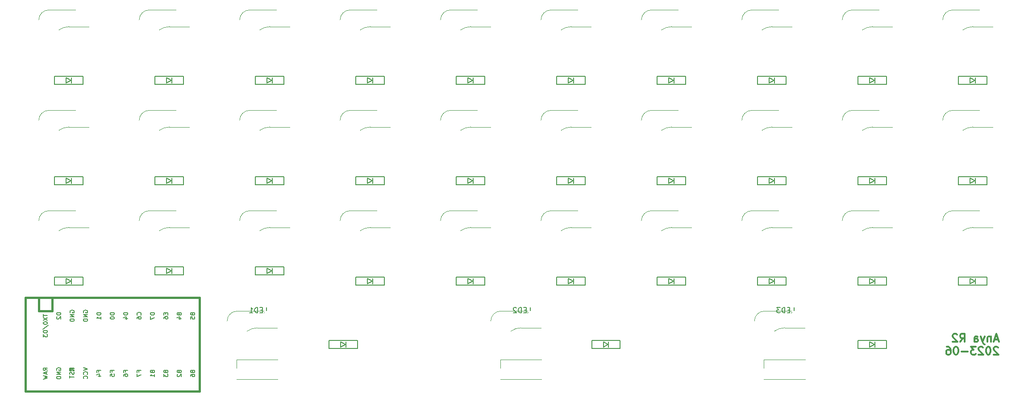
<source format=gbo>
%TF.GenerationSoftware,KiCad,Pcbnew,7.0.2-0*%
%TF.CreationDate,2023-06-01T09:18:09+08:00*%
%TF.ProjectId,Anya,416e7961-2e6b-4696-9361-645f70636258,2*%
%TF.SameCoordinates,PX917e180PY435cdf8*%
%TF.FileFunction,Legend,Bot*%
%TF.FilePolarity,Positive*%
%FSLAX46Y46*%
G04 Gerber Fmt 4.6, Leading zero omitted, Abs format (unit mm)*
G04 Created by KiCad (PCBNEW 7.0.2-0) date 2023-06-01 09:18:09*
%MOMM*%
%LPD*%
G01*
G04 APERTURE LIST*
%ADD10C,0.300000*%
%ADD11C,0.150000*%
%ADD12C,0.120000*%
%ADD13C,0.381000*%
%ADD14R,1.752600X1.752600*%
%ADD15C,1.752600*%
%ADD16C,1.900000*%
%ADD17C,3.000000*%
%ADD18C,4.000000*%
%ADD19R,2.550000X2.500000*%
%ADD20C,3.200000*%
%ADD21R,1.400000X1.000000*%
%ADD22R,1.700000X1.000000*%
G04 APERTURE END LIST*
D10*
X90519285Y-27625357D02*
X89805000Y-27625357D01*
X90662142Y-28053928D02*
X90162142Y-26553928D01*
X90162142Y-26553928D02*
X89662142Y-28053928D01*
X89162143Y-27053928D02*
X89162143Y-28053928D01*
X89162143Y-27196785D02*
X89090714Y-27125357D01*
X89090714Y-27125357D02*
X88947857Y-27053928D01*
X88947857Y-27053928D02*
X88733571Y-27053928D01*
X88733571Y-27053928D02*
X88590714Y-27125357D01*
X88590714Y-27125357D02*
X88519286Y-27268214D01*
X88519286Y-27268214D02*
X88519286Y-28053928D01*
X87947857Y-27053928D02*
X87590714Y-28053928D01*
X87233571Y-27053928D02*
X87590714Y-28053928D01*
X87590714Y-28053928D02*
X87733571Y-28411071D01*
X87733571Y-28411071D02*
X87805000Y-28482500D01*
X87805000Y-28482500D02*
X87947857Y-28553928D01*
X86019286Y-28053928D02*
X86019286Y-27268214D01*
X86019286Y-27268214D02*
X86090714Y-27125357D01*
X86090714Y-27125357D02*
X86233571Y-27053928D01*
X86233571Y-27053928D02*
X86519286Y-27053928D01*
X86519286Y-27053928D02*
X86662143Y-27125357D01*
X86019286Y-27982500D02*
X86162143Y-28053928D01*
X86162143Y-28053928D02*
X86519286Y-28053928D01*
X86519286Y-28053928D02*
X86662143Y-27982500D01*
X86662143Y-27982500D02*
X86733571Y-27839642D01*
X86733571Y-27839642D02*
X86733571Y-27696785D01*
X86733571Y-27696785D02*
X86662143Y-27553928D01*
X86662143Y-27553928D02*
X86519286Y-27482500D01*
X86519286Y-27482500D02*
X86162143Y-27482500D01*
X86162143Y-27482500D02*
X86019286Y-27411071D01*
X83305000Y-28053928D02*
X83805000Y-27339642D01*
X84162143Y-28053928D02*
X84162143Y-26553928D01*
X84162143Y-26553928D02*
X83590714Y-26553928D01*
X83590714Y-26553928D02*
X83447857Y-26625357D01*
X83447857Y-26625357D02*
X83376428Y-26696785D01*
X83376428Y-26696785D02*
X83305000Y-26839642D01*
X83305000Y-26839642D02*
X83305000Y-27053928D01*
X83305000Y-27053928D02*
X83376428Y-27196785D01*
X83376428Y-27196785D02*
X83447857Y-27268214D01*
X83447857Y-27268214D02*
X83590714Y-27339642D01*
X83590714Y-27339642D02*
X84162143Y-27339642D01*
X82733571Y-26696785D02*
X82662143Y-26625357D01*
X82662143Y-26625357D02*
X82519286Y-26553928D01*
X82519286Y-26553928D02*
X82162143Y-26553928D01*
X82162143Y-26553928D02*
X82019286Y-26625357D01*
X82019286Y-26625357D02*
X81947857Y-26696785D01*
X81947857Y-26696785D02*
X81876428Y-26839642D01*
X81876428Y-26839642D02*
X81876428Y-26982500D01*
X81876428Y-26982500D02*
X81947857Y-27196785D01*
X81947857Y-27196785D02*
X82805000Y-28053928D01*
X82805000Y-28053928D02*
X81876428Y-28053928D01*
X90519285Y-29126785D02*
X90447857Y-29055357D01*
X90447857Y-29055357D02*
X90305000Y-28983928D01*
X90305000Y-28983928D02*
X89947857Y-28983928D01*
X89947857Y-28983928D02*
X89805000Y-29055357D01*
X89805000Y-29055357D02*
X89733571Y-29126785D01*
X89733571Y-29126785D02*
X89662142Y-29269642D01*
X89662142Y-29269642D02*
X89662142Y-29412500D01*
X89662142Y-29412500D02*
X89733571Y-29626785D01*
X89733571Y-29626785D02*
X90590714Y-30483928D01*
X90590714Y-30483928D02*
X89662142Y-30483928D01*
X88733571Y-28983928D02*
X88590714Y-28983928D01*
X88590714Y-28983928D02*
X88447857Y-29055357D01*
X88447857Y-29055357D02*
X88376429Y-29126785D01*
X88376429Y-29126785D02*
X88305000Y-29269642D01*
X88305000Y-29269642D02*
X88233571Y-29555357D01*
X88233571Y-29555357D02*
X88233571Y-29912500D01*
X88233571Y-29912500D02*
X88305000Y-30198214D01*
X88305000Y-30198214D02*
X88376429Y-30341071D01*
X88376429Y-30341071D02*
X88447857Y-30412500D01*
X88447857Y-30412500D02*
X88590714Y-30483928D01*
X88590714Y-30483928D02*
X88733571Y-30483928D01*
X88733571Y-30483928D02*
X88876429Y-30412500D01*
X88876429Y-30412500D02*
X88947857Y-30341071D01*
X88947857Y-30341071D02*
X89019286Y-30198214D01*
X89019286Y-30198214D02*
X89090714Y-29912500D01*
X89090714Y-29912500D02*
X89090714Y-29555357D01*
X89090714Y-29555357D02*
X89019286Y-29269642D01*
X89019286Y-29269642D02*
X88947857Y-29126785D01*
X88947857Y-29126785D02*
X88876429Y-29055357D01*
X88876429Y-29055357D02*
X88733571Y-28983928D01*
X87662143Y-29126785D02*
X87590715Y-29055357D01*
X87590715Y-29055357D02*
X87447858Y-28983928D01*
X87447858Y-28983928D02*
X87090715Y-28983928D01*
X87090715Y-28983928D02*
X86947858Y-29055357D01*
X86947858Y-29055357D02*
X86876429Y-29126785D01*
X86876429Y-29126785D02*
X86805000Y-29269642D01*
X86805000Y-29269642D02*
X86805000Y-29412500D01*
X86805000Y-29412500D02*
X86876429Y-29626785D01*
X86876429Y-29626785D02*
X87733572Y-30483928D01*
X87733572Y-30483928D02*
X86805000Y-30483928D01*
X86305001Y-28983928D02*
X85376429Y-28983928D01*
X85376429Y-28983928D02*
X85876429Y-29555357D01*
X85876429Y-29555357D02*
X85662144Y-29555357D01*
X85662144Y-29555357D02*
X85519287Y-29626785D01*
X85519287Y-29626785D02*
X85447858Y-29698214D01*
X85447858Y-29698214D02*
X85376429Y-29841071D01*
X85376429Y-29841071D02*
X85376429Y-30198214D01*
X85376429Y-30198214D02*
X85447858Y-30341071D01*
X85447858Y-30341071D02*
X85519287Y-30412500D01*
X85519287Y-30412500D02*
X85662144Y-30483928D01*
X85662144Y-30483928D02*
X86090715Y-30483928D01*
X86090715Y-30483928D02*
X86233572Y-30412500D01*
X86233572Y-30412500D02*
X86305001Y-30341071D01*
X84733573Y-29912500D02*
X83590716Y-29912500D01*
X82590715Y-28983928D02*
X82447858Y-28983928D01*
X82447858Y-28983928D02*
X82305001Y-29055357D01*
X82305001Y-29055357D02*
X82233573Y-29126785D01*
X82233573Y-29126785D02*
X82162144Y-29269642D01*
X82162144Y-29269642D02*
X82090715Y-29555357D01*
X82090715Y-29555357D02*
X82090715Y-29912500D01*
X82090715Y-29912500D02*
X82162144Y-30198214D01*
X82162144Y-30198214D02*
X82233573Y-30341071D01*
X82233573Y-30341071D02*
X82305001Y-30412500D01*
X82305001Y-30412500D02*
X82447858Y-30483928D01*
X82447858Y-30483928D02*
X82590715Y-30483928D01*
X82590715Y-30483928D02*
X82733573Y-30412500D01*
X82733573Y-30412500D02*
X82805001Y-30341071D01*
X82805001Y-30341071D02*
X82876430Y-30198214D01*
X82876430Y-30198214D02*
X82947858Y-29912500D01*
X82947858Y-29912500D02*
X82947858Y-29555357D01*
X82947858Y-29555357D02*
X82876430Y-29269642D01*
X82876430Y-29269642D02*
X82805001Y-29126785D01*
X82805001Y-29126785D02*
X82733573Y-29055357D01*
X82733573Y-29055357D02*
X82590715Y-28983928D01*
X80805002Y-28983928D02*
X81090716Y-28983928D01*
X81090716Y-28983928D02*
X81233573Y-29055357D01*
X81233573Y-29055357D02*
X81305002Y-29126785D01*
X81305002Y-29126785D02*
X81447859Y-29341071D01*
X81447859Y-29341071D02*
X81519287Y-29626785D01*
X81519287Y-29626785D02*
X81519287Y-30198214D01*
X81519287Y-30198214D02*
X81447859Y-30341071D01*
X81447859Y-30341071D02*
X81376430Y-30412500D01*
X81376430Y-30412500D02*
X81233573Y-30483928D01*
X81233573Y-30483928D02*
X80947859Y-30483928D01*
X80947859Y-30483928D02*
X80805002Y-30412500D01*
X80805002Y-30412500D02*
X80733573Y-30341071D01*
X80733573Y-30341071D02*
X80662144Y-30198214D01*
X80662144Y-30198214D02*
X80662144Y-29841071D01*
X80662144Y-29841071D02*
X80733573Y-29698214D01*
X80733573Y-29698214D02*
X80805002Y-29626785D01*
X80805002Y-29626785D02*
X80947859Y-29555357D01*
X80947859Y-29555357D02*
X81233573Y-29555357D01*
X81233573Y-29555357D02*
X81376430Y-29626785D01*
X81376430Y-29626785D02*
X81447859Y-29698214D01*
X81447859Y-29698214D02*
X81519287Y-29841071D01*
D11*
%TO.C,LED1*%
X-48687203Y-22537619D02*
X-48211013Y-22537619D01*
X-48211013Y-22537619D02*
X-48211013Y-21537619D01*
X-49020537Y-22013809D02*
X-49353870Y-22013809D01*
X-49496727Y-22537619D02*
X-49020537Y-22537619D01*
X-49020537Y-22537619D02*
X-49020537Y-21537619D01*
X-49020537Y-21537619D02*
X-49496727Y-21537619D01*
X-49925299Y-22537619D02*
X-49925299Y-21537619D01*
X-49925299Y-21537619D02*
X-50163394Y-21537619D01*
X-50163394Y-21537619D02*
X-50306251Y-21585238D01*
X-50306251Y-21585238D02*
X-50401489Y-21680476D01*
X-50401489Y-21680476D02*
X-50449108Y-21775714D01*
X-50449108Y-21775714D02*
X-50496727Y-21966190D01*
X-50496727Y-21966190D02*
X-50496727Y-22109047D01*
X-50496727Y-22109047D02*
X-50449108Y-22299523D01*
X-50449108Y-22299523D02*
X-50401489Y-22394761D01*
X-50401489Y-22394761D02*
X-50306251Y-22490000D01*
X-50306251Y-22490000D02*
X-50163394Y-22537619D01*
X-50163394Y-22537619D02*
X-49925299Y-22537619D01*
X-51449108Y-22537619D02*
X-50877680Y-22537619D01*
X-51163394Y-22537619D02*
X-51163394Y-21537619D01*
X-51163394Y-21537619D02*
X-51068156Y-21680476D01*
X-51068156Y-21680476D02*
X-50972918Y-21775714D01*
X-50972918Y-21775714D02*
X-50877680Y-21823333D01*
%TO.C,U1*%
X-82979905Y-32969333D02*
X-82179905Y-33236000D01*
X-82179905Y-33236000D02*
X-82979905Y-33502666D01*
X-82256096Y-34226476D02*
X-82218000Y-34188380D01*
X-82218000Y-34188380D02*
X-82179905Y-34074095D01*
X-82179905Y-34074095D02*
X-82179905Y-33997904D01*
X-82179905Y-33997904D02*
X-82218000Y-33883618D01*
X-82218000Y-33883618D02*
X-82294191Y-33807428D01*
X-82294191Y-33807428D02*
X-82370381Y-33769333D01*
X-82370381Y-33769333D02*
X-82522762Y-33731237D01*
X-82522762Y-33731237D02*
X-82637048Y-33731237D01*
X-82637048Y-33731237D02*
X-82789429Y-33769333D01*
X-82789429Y-33769333D02*
X-82865620Y-33807428D01*
X-82865620Y-33807428D02*
X-82941810Y-33883618D01*
X-82941810Y-33883618D02*
X-82979905Y-33997904D01*
X-82979905Y-33997904D02*
X-82979905Y-34074095D01*
X-82979905Y-34074095D02*
X-82941810Y-34188380D01*
X-82941810Y-34188380D02*
X-82903715Y-34226476D01*
X-82256096Y-35026476D02*
X-82218000Y-34988380D01*
X-82218000Y-34988380D02*
X-82179905Y-34874095D01*
X-82179905Y-34874095D02*
X-82179905Y-34797904D01*
X-82179905Y-34797904D02*
X-82218000Y-34683618D01*
X-82218000Y-34683618D02*
X-82294191Y-34607428D01*
X-82294191Y-34607428D02*
X-82370381Y-34569333D01*
X-82370381Y-34569333D02*
X-82522762Y-34531237D01*
X-82522762Y-34531237D02*
X-82637048Y-34531237D01*
X-82637048Y-34531237D02*
X-82789429Y-34569333D01*
X-82789429Y-34569333D02*
X-82865620Y-34607428D01*
X-82865620Y-34607428D02*
X-82941810Y-34683618D01*
X-82941810Y-34683618D02*
X-82979905Y-34797904D01*
X-82979905Y-34797904D02*
X-82979905Y-34874095D01*
X-82979905Y-34874095D02*
X-82941810Y-34988380D01*
X-82941810Y-34988380D02*
X-82903715Y-35026476D01*
X-64818953Y-22790190D02*
X-64780858Y-22904476D01*
X-64780858Y-22904476D02*
X-64742762Y-22942571D01*
X-64742762Y-22942571D02*
X-64666572Y-22980667D01*
X-64666572Y-22980667D02*
X-64552286Y-22980667D01*
X-64552286Y-22980667D02*
X-64476096Y-22942571D01*
X-64476096Y-22942571D02*
X-64438000Y-22904476D01*
X-64438000Y-22904476D02*
X-64399905Y-22828286D01*
X-64399905Y-22828286D02*
X-64399905Y-22523524D01*
X-64399905Y-22523524D02*
X-65199905Y-22523524D01*
X-65199905Y-22523524D02*
X-65199905Y-22790190D01*
X-65199905Y-22790190D02*
X-65161810Y-22866381D01*
X-65161810Y-22866381D02*
X-65123715Y-22904476D01*
X-65123715Y-22904476D02*
X-65047524Y-22942571D01*
X-65047524Y-22942571D02*
X-64971334Y-22942571D01*
X-64971334Y-22942571D02*
X-64895143Y-22904476D01*
X-64895143Y-22904476D02*
X-64857048Y-22866381D01*
X-64857048Y-22866381D02*
X-64818953Y-22790190D01*
X-64818953Y-22790190D02*
X-64818953Y-22523524D01*
X-64933239Y-23666381D02*
X-64399905Y-23666381D01*
X-65238000Y-23475905D02*
X-64666572Y-23285428D01*
X-64666572Y-23285428D02*
X-64666572Y-23780667D01*
X-74978953Y-33769333D02*
X-74978953Y-33502667D01*
X-74559905Y-33502667D02*
X-75359905Y-33502667D01*
X-75359905Y-33502667D02*
X-75359905Y-33883619D01*
X-75359905Y-34531238D02*
X-75359905Y-34378857D01*
X-75359905Y-34378857D02*
X-75321810Y-34302666D01*
X-75321810Y-34302666D02*
X-75283715Y-34264571D01*
X-75283715Y-34264571D02*
X-75169429Y-34188381D01*
X-75169429Y-34188381D02*
X-75017048Y-34150285D01*
X-75017048Y-34150285D02*
X-74712286Y-34150285D01*
X-74712286Y-34150285D02*
X-74636096Y-34188381D01*
X-74636096Y-34188381D02*
X-74598000Y-34226476D01*
X-74598000Y-34226476D02*
X-74559905Y-34302666D01*
X-74559905Y-34302666D02*
X-74559905Y-34455047D01*
X-74559905Y-34455047D02*
X-74598000Y-34531238D01*
X-74598000Y-34531238D02*
X-74636096Y-34569333D01*
X-74636096Y-34569333D02*
X-74712286Y-34607428D01*
X-74712286Y-34607428D02*
X-74902762Y-34607428D01*
X-74902762Y-34607428D02*
X-74978953Y-34569333D01*
X-74978953Y-34569333D02*
X-75017048Y-34531238D01*
X-75017048Y-34531238D02*
X-75055143Y-34455047D01*
X-75055143Y-34455047D02*
X-75055143Y-34302666D01*
X-75055143Y-34302666D02*
X-75017048Y-34226476D01*
X-75017048Y-34226476D02*
X-74978953Y-34188381D01*
X-74978953Y-34188381D02*
X-74902762Y-34150285D01*
X-62278953Y-33712190D02*
X-62240858Y-33826476D01*
X-62240858Y-33826476D02*
X-62202762Y-33864571D01*
X-62202762Y-33864571D02*
X-62126572Y-33902667D01*
X-62126572Y-33902667D02*
X-62012286Y-33902667D01*
X-62012286Y-33902667D02*
X-61936096Y-33864571D01*
X-61936096Y-33864571D02*
X-61898000Y-33826476D01*
X-61898000Y-33826476D02*
X-61859905Y-33750286D01*
X-61859905Y-33750286D02*
X-61859905Y-33445524D01*
X-61859905Y-33445524D02*
X-62659905Y-33445524D01*
X-62659905Y-33445524D02*
X-62659905Y-33712190D01*
X-62659905Y-33712190D02*
X-62621810Y-33788381D01*
X-62621810Y-33788381D02*
X-62583715Y-33826476D01*
X-62583715Y-33826476D02*
X-62507524Y-33864571D01*
X-62507524Y-33864571D02*
X-62431334Y-33864571D01*
X-62431334Y-33864571D02*
X-62355143Y-33826476D01*
X-62355143Y-33826476D02*
X-62317048Y-33788381D01*
X-62317048Y-33788381D02*
X-62278953Y-33712190D01*
X-62278953Y-33712190D02*
X-62278953Y-33445524D01*
X-62659905Y-34588381D02*
X-62659905Y-34436000D01*
X-62659905Y-34436000D02*
X-62621810Y-34359809D01*
X-62621810Y-34359809D02*
X-62583715Y-34321714D01*
X-62583715Y-34321714D02*
X-62469429Y-34245524D01*
X-62469429Y-34245524D02*
X-62317048Y-34207428D01*
X-62317048Y-34207428D02*
X-62012286Y-34207428D01*
X-62012286Y-34207428D02*
X-61936096Y-34245524D01*
X-61936096Y-34245524D02*
X-61898000Y-34283619D01*
X-61898000Y-34283619D02*
X-61859905Y-34359809D01*
X-61859905Y-34359809D02*
X-61859905Y-34512190D01*
X-61859905Y-34512190D02*
X-61898000Y-34588381D01*
X-61898000Y-34588381D02*
X-61936096Y-34626476D01*
X-61936096Y-34626476D02*
X-62012286Y-34664571D01*
X-62012286Y-34664571D02*
X-62202762Y-34664571D01*
X-62202762Y-34664571D02*
X-62278953Y-34626476D01*
X-62278953Y-34626476D02*
X-62317048Y-34588381D01*
X-62317048Y-34588381D02*
X-62355143Y-34512190D01*
X-62355143Y-34512190D02*
X-62355143Y-34359809D01*
X-62355143Y-34359809D02*
X-62317048Y-34283619D01*
X-62317048Y-34283619D02*
X-62278953Y-34245524D01*
X-62278953Y-34245524D02*
X-62202762Y-34207428D01*
X-64818953Y-33712190D02*
X-64780858Y-33826476D01*
X-64780858Y-33826476D02*
X-64742762Y-33864571D01*
X-64742762Y-33864571D02*
X-64666572Y-33902667D01*
X-64666572Y-33902667D02*
X-64552286Y-33902667D01*
X-64552286Y-33902667D02*
X-64476096Y-33864571D01*
X-64476096Y-33864571D02*
X-64438000Y-33826476D01*
X-64438000Y-33826476D02*
X-64399905Y-33750286D01*
X-64399905Y-33750286D02*
X-64399905Y-33445524D01*
X-64399905Y-33445524D02*
X-65199905Y-33445524D01*
X-65199905Y-33445524D02*
X-65199905Y-33712190D01*
X-65199905Y-33712190D02*
X-65161810Y-33788381D01*
X-65161810Y-33788381D02*
X-65123715Y-33826476D01*
X-65123715Y-33826476D02*
X-65047524Y-33864571D01*
X-65047524Y-33864571D02*
X-64971334Y-33864571D01*
X-64971334Y-33864571D02*
X-64895143Y-33826476D01*
X-64895143Y-33826476D02*
X-64857048Y-33788381D01*
X-64857048Y-33788381D02*
X-64818953Y-33712190D01*
X-64818953Y-33712190D02*
X-64818953Y-33445524D01*
X-65123715Y-34207428D02*
X-65161810Y-34245524D01*
X-65161810Y-34245524D02*
X-65199905Y-34321714D01*
X-65199905Y-34321714D02*
X-65199905Y-34512190D01*
X-65199905Y-34512190D02*
X-65161810Y-34588381D01*
X-65161810Y-34588381D02*
X-65123715Y-34626476D01*
X-65123715Y-34626476D02*
X-65047524Y-34664571D01*
X-65047524Y-34664571D02*
X-64971334Y-34664571D01*
X-64971334Y-34664571D02*
X-64857048Y-34626476D01*
X-64857048Y-34626476D02*
X-64399905Y-34169333D01*
X-64399905Y-34169333D02*
X-64399905Y-34664571D01*
X-80058953Y-33769333D02*
X-80058953Y-33502667D01*
X-79639905Y-33502667D02*
X-80439905Y-33502667D01*
X-80439905Y-33502667D02*
X-80439905Y-33883619D01*
X-80173239Y-34531238D02*
X-79639905Y-34531238D01*
X-80478000Y-34340762D02*
X-79906572Y-34150285D01*
X-79906572Y-34150285D02*
X-79906572Y-34645524D01*
X-69898953Y-33712190D02*
X-69860858Y-33826476D01*
X-69860858Y-33826476D02*
X-69822762Y-33864571D01*
X-69822762Y-33864571D02*
X-69746572Y-33902667D01*
X-69746572Y-33902667D02*
X-69632286Y-33902667D01*
X-69632286Y-33902667D02*
X-69556096Y-33864571D01*
X-69556096Y-33864571D02*
X-69518000Y-33826476D01*
X-69518000Y-33826476D02*
X-69479905Y-33750286D01*
X-69479905Y-33750286D02*
X-69479905Y-33445524D01*
X-69479905Y-33445524D02*
X-70279905Y-33445524D01*
X-70279905Y-33445524D02*
X-70279905Y-33712190D01*
X-70279905Y-33712190D02*
X-70241810Y-33788381D01*
X-70241810Y-33788381D02*
X-70203715Y-33826476D01*
X-70203715Y-33826476D02*
X-70127524Y-33864571D01*
X-70127524Y-33864571D02*
X-70051334Y-33864571D01*
X-70051334Y-33864571D02*
X-69975143Y-33826476D01*
X-69975143Y-33826476D02*
X-69937048Y-33788381D01*
X-69937048Y-33788381D02*
X-69898953Y-33712190D01*
X-69898953Y-33712190D02*
X-69898953Y-33445524D01*
X-69479905Y-34664571D02*
X-69479905Y-34207428D01*
X-69479905Y-34436000D02*
X-70279905Y-34436000D01*
X-70279905Y-34436000D02*
X-70165620Y-34359809D01*
X-70165620Y-34359809D02*
X-70089429Y-34283619D01*
X-70089429Y-34283619D02*
X-70051334Y-34207428D01*
X-72096096Y-22980667D02*
X-72058000Y-22942571D01*
X-72058000Y-22942571D02*
X-72019905Y-22828286D01*
X-72019905Y-22828286D02*
X-72019905Y-22752095D01*
X-72019905Y-22752095D02*
X-72058000Y-22637809D01*
X-72058000Y-22637809D02*
X-72134191Y-22561619D01*
X-72134191Y-22561619D02*
X-72210381Y-22523524D01*
X-72210381Y-22523524D02*
X-72362762Y-22485428D01*
X-72362762Y-22485428D02*
X-72477048Y-22485428D01*
X-72477048Y-22485428D02*
X-72629429Y-22523524D01*
X-72629429Y-22523524D02*
X-72705620Y-22561619D01*
X-72705620Y-22561619D02*
X-72781810Y-22637809D01*
X-72781810Y-22637809D02*
X-72819905Y-22752095D01*
X-72819905Y-22752095D02*
X-72819905Y-22828286D01*
X-72819905Y-22828286D02*
X-72781810Y-22942571D01*
X-72781810Y-22942571D02*
X-72743715Y-22980667D01*
X-72819905Y-23666381D02*
X-72819905Y-23514000D01*
X-72819905Y-23514000D02*
X-72781810Y-23437809D01*
X-72781810Y-23437809D02*
X-72743715Y-23399714D01*
X-72743715Y-23399714D02*
X-72629429Y-23323524D01*
X-72629429Y-23323524D02*
X-72477048Y-23285428D01*
X-72477048Y-23285428D02*
X-72172286Y-23285428D01*
X-72172286Y-23285428D02*
X-72096096Y-23323524D01*
X-72096096Y-23323524D02*
X-72058000Y-23361619D01*
X-72058000Y-23361619D02*
X-72019905Y-23437809D01*
X-72019905Y-23437809D02*
X-72019905Y-23590190D01*
X-72019905Y-23590190D02*
X-72058000Y-23666381D01*
X-72058000Y-23666381D02*
X-72096096Y-23704476D01*
X-72096096Y-23704476D02*
X-72172286Y-23742571D01*
X-72172286Y-23742571D02*
X-72362762Y-23742571D01*
X-72362762Y-23742571D02*
X-72438953Y-23704476D01*
X-72438953Y-23704476D02*
X-72477048Y-23666381D01*
X-72477048Y-23666381D02*
X-72515143Y-23590190D01*
X-72515143Y-23590190D02*
X-72515143Y-23437809D01*
X-72515143Y-23437809D02*
X-72477048Y-23361619D01*
X-72477048Y-23361619D02*
X-72438953Y-23323524D01*
X-72438953Y-23323524D02*
X-72362762Y-23285428D01*
X-84788000Y-33774786D02*
X-84749905Y-33889072D01*
X-84749905Y-33889072D02*
X-84749905Y-34079548D01*
X-84749905Y-34079548D02*
X-84788000Y-34155739D01*
X-84788000Y-34155739D02*
X-84826096Y-34193834D01*
X-84826096Y-34193834D02*
X-84902286Y-34231929D01*
X-84902286Y-34231929D02*
X-84978477Y-34231929D01*
X-84978477Y-34231929D02*
X-85054667Y-34193834D01*
X-85054667Y-34193834D02*
X-85092762Y-34155739D01*
X-85092762Y-34155739D02*
X-85130858Y-34079548D01*
X-85130858Y-34079548D02*
X-85168953Y-33927167D01*
X-85168953Y-33927167D02*
X-85207048Y-33850977D01*
X-85207048Y-33850977D02*
X-85245143Y-33812882D01*
X-85245143Y-33812882D02*
X-85321334Y-33774786D01*
X-85321334Y-33774786D02*
X-85397524Y-33774786D01*
X-85397524Y-33774786D02*
X-85473715Y-33812882D01*
X-85473715Y-33812882D02*
X-85511810Y-33850977D01*
X-85511810Y-33850977D02*
X-85549905Y-33927167D01*
X-85549905Y-33927167D02*
X-85549905Y-34117644D01*
X-85549905Y-34117644D02*
X-85511810Y-34231929D01*
X-85549905Y-34460501D02*
X-85549905Y-34917644D01*
X-84749905Y-34689072D02*
X-85549905Y-34689072D01*
X-90599905Y-22812651D02*
X-90599905Y-23269794D01*
X-89799905Y-23041222D02*
X-90599905Y-23041222D01*
X-90599905Y-23460270D02*
X-89799905Y-23993604D01*
X-90599905Y-23993604D02*
X-89799905Y-23460270D01*
X-90599905Y-24450747D02*
X-90599905Y-24526937D01*
X-90599905Y-24526937D02*
X-90561810Y-24603128D01*
X-90561810Y-24603128D02*
X-90523715Y-24641223D01*
X-90523715Y-24641223D02*
X-90447524Y-24679318D01*
X-90447524Y-24679318D02*
X-90295143Y-24717413D01*
X-90295143Y-24717413D02*
X-90104667Y-24717413D01*
X-90104667Y-24717413D02*
X-89952286Y-24679318D01*
X-89952286Y-24679318D02*
X-89876096Y-24641223D01*
X-89876096Y-24641223D02*
X-89838000Y-24603128D01*
X-89838000Y-24603128D02*
X-89799905Y-24526937D01*
X-89799905Y-24526937D02*
X-89799905Y-24450747D01*
X-89799905Y-24450747D02*
X-89838000Y-24374556D01*
X-89838000Y-24374556D02*
X-89876096Y-24336461D01*
X-89876096Y-24336461D02*
X-89952286Y-24298366D01*
X-89952286Y-24298366D02*
X-90104667Y-24260270D01*
X-90104667Y-24260270D02*
X-90295143Y-24260270D01*
X-90295143Y-24260270D02*
X-90447524Y-24298366D01*
X-90447524Y-24298366D02*
X-90523715Y-24336461D01*
X-90523715Y-24336461D02*
X-90561810Y-24374556D01*
X-90561810Y-24374556D02*
X-90599905Y-24450747D01*
X-90638000Y-25631699D02*
X-89609429Y-24945985D01*
X-89799905Y-25898366D02*
X-90599905Y-25898366D01*
X-90599905Y-25898366D02*
X-90599905Y-26088842D01*
X-90599905Y-26088842D02*
X-90561810Y-26203128D01*
X-90561810Y-26203128D02*
X-90485620Y-26279318D01*
X-90485620Y-26279318D02*
X-90409429Y-26317413D01*
X-90409429Y-26317413D02*
X-90257048Y-26355509D01*
X-90257048Y-26355509D02*
X-90142762Y-26355509D01*
X-90142762Y-26355509D02*
X-89990381Y-26317413D01*
X-89990381Y-26317413D02*
X-89914191Y-26279318D01*
X-89914191Y-26279318D02*
X-89838000Y-26203128D01*
X-89838000Y-26203128D02*
X-89799905Y-26088842D01*
X-89799905Y-26088842D02*
X-89799905Y-25898366D01*
X-90599905Y-26622175D02*
X-90599905Y-27117413D01*
X-90599905Y-27117413D02*
X-90295143Y-26850747D01*
X-90295143Y-26850747D02*
X-90295143Y-26965032D01*
X-90295143Y-26965032D02*
X-90257048Y-27041223D01*
X-90257048Y-27041223D02*
X-90218953Y-27079318D01*
X-90218953Y-27079318D02*
X-90142762Y-27117413D01*
X-90142762Y-27117413D02*
X-89952286Y-27117413D01*
X-89952286Y-27117413D02*
X-89876096Y-27079318D01*
X-89876096Y-27079318D02*
X-89838000Y-27041223D01*
X-89838000Y-27041223D02*
X-89799905Y-26965032D01*
X-89799905Y-26965032D02*
X-89799905Y-26736461D01*
X-89799905Y-26736461D02*
X-89838000Y-26660270D01*
X-89838000Y-26660270D02*
X-89876096Y-26622175D01*
X-87259905Y-22523524D02*
X-88059905Y-22523524D01*
X-88059905Y-22523524D02*
X-88059905Y-22714000D01*
X-88059905Y-22714000D02*
X-88021810Y-22828286D01*
X-88021810Y-22828286D02*
X-87945620Y-22904476D01*
X-87945620Y-22904476D02*
X-87869429Y-22942571D01*
X-87869429Y-22942571D02*
X-87717048Y-22980667D01*
X-87717048Y-22980667D02*
X-87602762Y-22980667D01*
X-87602762Y-22980667D02*
X-87450381Y-22942571D01*
X-87450381Y-22942571D02*
X-87374191Y-22904476D01*
X-87374191Y-22904476D02*
X-87298000Y-22828286D01*
X-87298000Y-22828286D02*
X-87259905Y-22714000D01*
X-87259905Y-22714000D02*
X-87259905Y-22523524D01*
X-87983715Y-23285428D02*
X-88021810Y-23323524D01*
X-88021810Y-23323524D02*
X-88059905Y-23399714D01*
X-88059905Y-23399714D02*
X-88059905Y-23590190D01*
X-88059905Y-23590190D02*
X-88021810Y-23666381D01*
X-88021810Y-23666381D02*
X-87983715Y-23704476D01*
X-87983715Y-23704476D02*
X-87907524Y-23742571D01*
X-87907524Y-23742571D02*
X-87831334Y-23742571D01*
X-87831334Y-23742571D02*
X-87717048Y-23704476D01*
X-87717048Y-23704476D02*
X-87259905Y-23247333D01*
X-87259905Y-23247333D02*
X-87259905Y-23742571D01*
X-79639905Y-22523524D02*
X-80439905Y-22523524D01*
X-80439905Y-22523524D02*
X-80439905Y-22714000D01*
X-80439905Y-22714000D02*
X-80401810Y-22828286D01*
X-80401810Y-22828286D02*
X-80325620Y-22904476D01*
X-80325620Y-22904476D02*
X-80249429Y-22942571D01*
X-80249429Y-22942571D02*
X-80097048Y-22980667D01*
X-80097048Y-22980667D02*
X-79982762Y-22980667D01*
X-79982762Y-22980667D02*
X-79830381Y-22942571D01*
X-79830381Y-22942571D02*
X-79754191Y-22904476D01*
X-79754191Y-22904476D02*
X-79678000Y-22828286D01*
X-79678000Y-22828286D02*
X-79639905Y-22714000D01*
X-79639905Y-22714000D02*
X-79639905Y-22523524D01*
X-79639905Y-23742571D02*
X-79639905Y-23285428D01*
X-79639905Y-23514000D02*
X-80439905Y-23514000D01*
X-80439905Y-23514000D02*
X-80325620Y-23437809D01*
X-80325620Y-23437809D02*
X-80249429Y-23361619D01*
X-80249429Y-23361619D02*
X-80211334Y-23285428D01*
X-85481810Y-22504476D02*
X-85519905Y-22428286D01*
X-85519905Y-22428286D02*
X-85519905Y-22314000D01*
X-85519905Y-22314000D02*
X-85481810Y-22199714D01*
X-85481810Y-22199714D02*
X-85405620Y-22123524D01*
X-85405620Y-22123524D02*
X-85329429Y-22085429D01*
X-85329429Y-22085429D02*
X-85177048Y-22047333D01*
X-85177048Y-22047333D02*
X-85062762Y-22047333D01*
X-85062762Y-22047333D02*
X-84910381Y-22085429D01*
X-84910381Y-22085429D02*
X-84834191Y-22123524D01*
X-84834191Y-22123524D02*
X-84758000Y-22199714D01*
X-84758000Y-22199714D02*
X-84719905Y-22314000D01*
X-84719905Y-22314000D02*
X-84719905Y-22390191D01*
X-84719905Y-22390191D02*
X-84758000Y-22504476D01*
X-84758000Y-22504476D02*
X-84796096Y-22542572D01*
X-84796096Y-22542572D02*
X-85062762Y-22542572D01*
X-85062762Y-22542572D02*
X-85062762Y-22390191D01*
X-84719905Y-22885429D02*
X-85519905Y-22885429D01*
X-85519905Y-22885429D02*
X-84719905Y-23342572D01*
X-84719905Y-23342572D02*
X-85519905Y-23342572D01*
X-84719905Y-23723524D02*
X-85519905Y-23723524D01*
X-85519905Y-23723524D02*
X-85519905Y-23914000D01*
X-85519905Y-23914000D02*
X-85481810Y-24028286D01*
X-85481810Y-24028286D02*
X-85405620Y-24104476D01*
X-85405620Y-24104476D02*
X-85329429Y-24142571D01*
X-85329429Y-24142571D02*
X-85177048Y-24180667D01*
X-85177048Y-24180667D02*
X-85062762Y-24180667D01*
X-85062762Y-24180667D02*
X-84910381Y-24142571D01*
X-84910381Y-24142571D02*
X-84834191Y-24104476D01*
X-84834191Y-24104476D02*
X-84758000Y-24028286D01*
X-84758000Y-24028286D02*
X-84719905Y-23914000D01*
X-84719905Y-23914000D02*
X-84719905Y-23723524D01*
X-77518953Y-33769333D02*
X-77518953Y-33502667D01*
X-77099905Y-33502667D02*
X-77899905Y-33502667D01*
X-77899905Y-33502667D02*
X-77899905Y-33883619D01*
X-77899905Y-34569333D02*
X-77899905Y-34188381D01*
X-77899905Y-34188381D02*
X-77518953Y-34150285D01*
X-77518953Y-34150285D02*
X-77557048Y-34188381D01*
X-77557048Y-34188381D02*
X-77595143Y-34264571D01*
X-77595143Y-34264571D02*
X-77595143Y-34455047D01*
X-77595143Y-34455047D02*
X-77557048Y-34531238D01*
X-77557048Y-34531238D02*
X-77518953Y-34569333D01*
X-77518953Y-34569333D02*
X-77442762Y-34607428D01*
X-77442762Y-34607428D02*
X-77252286Y-34607428D01*
X-77252286Y-34607428D02*
X-77176096Y-34569333D01*
X-77176096Y-34569333D02*
X-77138000Y-34531238D01*
X-77138000Y-34531238D02*
X-77099905Y-34455047D01*
X-77099905Y-34455047D02*
X-77099905Y-34264571D01*
X-77099905Y-34264571D02*
X-77138000Y-34188381D01*
X-77138000Y-34188381D02*
X-77176096Y-34150285D01*
X-62278953Y-22790190D02*
X-62240858Y-22904476D01*
X-62240858Y-22904476D02*
X-62202762Y-22942571D01*
X-62202762Y-22942571D02*
X-62126572Y-22980667D01*
X-62126572Y-22980667D02*
X-62012286Y-22980667D01*
X-62012286Y-22980667D02*
X-61936096Y-22942571D01*
X-61936096Y-22942571D02*
X-61898000Y-22904476D01*
X-61898000Y-22904476D02*
X-61859905Y-22828286D01*
X-61859905Y-22828286D02*
X-61859905Y-22523524D01*
X-61859905Y-22523524D02*
X-62659905Y-22523524D01*
X-62659905Y-22523524D02*
X-62659905Y-22790190D01*
X-62659905Y-22790190D02*
X-62621810Y-22866381D01*
X-62621810Y-22866381D02*
X-62583715Y-22904476D01*
X-62583715Y-22904476D02*
X-62507524Y-22942571D01*
X-62507524Y-22942571D02*
X-62431334Y-22942571D01*
X-62431334Y-22942571D02*
X-62355143Y-22904476D01*
X-62355143Y-22904476D02*
X-62317048Y-22866381D01*
X-62317048Y-22866381D02*
X-62278953Y-22790190D01*
X-62278953Y-22790190D02*
X-62278953Y-22523524D01*
X-62659905Y-23704476D02*
X-62659905Y-23323524D01*
X-62659905Y-23323524D02*
X-62278953Y-23285428D01*
X-62278953Y-23285428D02*
X-62317048Y-23323524D01*
X-62317048Y-23323524D02*
X-62355143Y-23399714D01*
X-62355143Y-23399714D02*
X-62355143Y-23590190D01*
X-62355143Y-23590190D02*
X-62317048Y-23666381D01*
X-62317048Y-23666381D02*
X-62278953Y-23704476D01*
X-62278953Y-23704476D02*
X-62202762Y-23742571D01*
X-62202762Y-23742571D02*
X-62012286Y-23742571D01*
X-62012286Y-23742571D02*
X-61936096Y-23704476D01*
X-61936096Y-23704476D02*
X-61898000Y-23666381D01*
X-61898000Y-23666381D02*
X-61859905Y-23590190D01*
X-61859905Y-23590190D02*
X-61859905Y-23399714D01*
X-61859905Y-23399714D02*
X-61898000Y-23323524D01*
X-61898000Y-23323524D02*
X-61936096Y-23285428D01*
X-74559905Y-22523524D02*
X-75359905Y-22523524D01*
X-75359905Y-22523524D02*
X-75359905Y-22714000D01*
X-75359905Y-22714000D02*
X-75321810Y-22828286D01*
X-75321810Y-22828286D02*
X-75245620Y-22904476D01*
X-75245620Y-22904476D02*
X-75169429Y-22942571D01*
X-75169429Y-22942571D02*
X-75017048Y-22980667D01*
X-75017048Y-22980667D02*
X-74902762Y-22980667D01*
X-74902762Y-22980667D02*
X-74750381Y-22942571D01*
X-74750381Y-22942571D02*
X-74674191Y-22904476D01*
X-74674191Y-22904476D02*
X-74598000Y-22828286D01*
X-74598000Y-22828286D02*
X-74559905Y-22714000D01*
X-74559905Y-22714000D02*
X-74559905Y-22523524D01*
X-75093239Y-23666381D02*
X-74559905Y-23666381D01*
X-75398000Y-23475905D02*
X-74826572Y-23285428D01*
X-74826572Y-23285428D02*
X-74826572Y-23780667D01*
X-77099905Y-22523524D02*
X-77899905Y-22523524D01*
X-77899905Y-22523524D02*
X-77899905Y-22714000D01*
X-77899905Y-22714000D02*
X-77861810Y-22828286D01*
X-77861810Y-22828286D02*
X-77785620Y-22904476D01*
X-77785620Y-22904476D02*
X-77709429Y-22942571D01*
X-77709429Y-22942571D02*
X-77557048Y-22980667D01*
X-77557048Y-22980667D02*
X-77442762Y-22980667D01*
X-77442762Y-22980667D02*
X-77290381Y-22942571D01*
X-77290381Y-22942571D02*
X-77214191Y-22904476D01*
X-77214191Y-22904476D02*
X-77138000Y-22828286D01*
X-77138000Y-22828286D02*
X-77099905Y-22714000D01*
X-77099905Y-22714000D02*
X-77099905Y-22523524D01*
X-77899905Y-23475905D02*
X-77899905Y-23552095D01*
X-77899905Y-23552095D02*
X-77861810Y-23628286D01*
X-77861810Y-23628286D02*
X-77823715Y-23666381D01*
X-77823715Y-23666381D02*
X-77747524Y-23704476D01*
X-77747524Y-23704476D02*
X-77595143Y-23742571D01*
X-77595143Y-23742571D02*
X-77404667Y-23742571D01*
X-77404667Y-23742571D02*
X-77252286Y-23704476D01*
X-77252286Y-23704476D02*
X-77176096Y-23666381D01*
X-77176096Y-23666381D02*
X-77138000Y-23628286D01*
X-77138000Y-23628286D02*
X-77099905Y-23552095D01*
X-77099905Y-23552095D02*
X-77099905Y-23475905D01*
X-77099905Y-23475905D02*
X-77138000Y-23399714D01*
X-77138000Y-23399714D02*
X-77176096Y-23361619D01*
X-77176096Y-23361619D02*
X-77252286Y-23323524D01*
X-77252286Y-23323524D02*
X-77404667Y-23285428D01*
X-77404667Y-23285428D02*
X-77595143Y-23285428D01*
X-77595143Y-23285428D02*
X-77747524Y-23323524D01*
X-77747524Y-23323524D02*
X-77823715Y-23361619D01*
X-77823715Y-23361619D02*
X-77861810Y-23399714D01*
X-77861810Y-23399714D02*
X-77899905Y-23475905D01*
X-88021810Y-33426476D02*
X-88059905Y-33350286D01*
X-88059905Y-33350286D02*
X-88059905Y-33236000D01*
X-88059905Y-33236000D02*
X-88021810Y-33121714D01*
X-88021810Y-33121714D02*
X-87945620Y-33045524D01*
X-87945620Y-33045524D02*
X-87869429Y-33007429D01*
X-87869429Y-33007429D02*
X-87717048Y-32969333D01*
X-87717048Y-32969333D02*
X-87602762Y-32969333D01*
X-87602762Y-32969333D02*
X-87450381Y-33007429D01*
X-87450381Y-33007429D02*
X-87374191Y-33045524D01*
X-87374191Y-33045524D02*
X-87298000Y-33121714D01*
X-87298000Y-33121714D02*
X-87259905Y-33236000D01*
X-87259905Y-33236000D02*
X-87259905Y-33312191D01*
X-87259905Y-33312191D02*
X-87298000Y-33426476D01*
X-87298000Y-33426476D02*
X-87336096Y-33464572D01*
X-87336096Y-33464572D02*
X-87602762Y-33464572D01*
X-87602762Y-33464572D02*
X-87602762Y-33312191D01*
X-87259905Y-33807429D02*
X-88059905Y-33807429D01*
X-88059905Y-33807429D02*
X-87259905Y-34264572D01*
X-87259905Y-34264572D02*
X-88059905Y-34264572D01*
X-87259905Y-34645524D02*
X-88059905Y-34645524D01*
X-88059905Y-34645524D02*
X-88059905Y-34836000D01*
X-88059905Y-34836000D02*
X-88021810Y-34950286D01*
X-88021810Y-34950286D02*
X-87945620Y-35026476D01*
X-87945620Y-35026476D02*
X-87869429Y-35064571D01*
X-87869429Y-35064571D02*
X-87717048Y-35102667D01*
X-87717048Y-35102667D02*
X-87602762Y-35102667D01*
X-87602762Y-35102667D02*
X-87450381Y-35064571D01*
X-87450381Y-35064571D02*
X-87374191Y-35026476D01*
X-87374191Y-35026476D02*
X-87298000Y-34950286D01*
X-87298000Y-34950286D02*
X-87259905Y-34836000D01*
X-87259905Y-34836000D02*
X-87259905Y-34645524D01*
X-67358953Y-33712190D02*
X-67320858Y-33826476D01*
X-67320858Y-33826476D02*
X-67282762Y-33864571D01*
X-67282762Y-33864571D02*
X-67206572Y-33902667D01*
X-67206572Y-33902667D02*
X-67092286Y-33902667D01*
X-67092286Y-33902667D02*
X-67016096Y-33864571D01*
X-67016096Y-33864571D02*
X-66978000Y-33826476D01*
X-66978000Y-33826476D02*
X-66939905Y-33750286D01*
X-66939905Y-33750286D02*
X-66939905Y-33445524D01*
X-66939905Y-33445524D02*
X-67739905Y-33445524D01*
X-67739905Y-33445524D02*
X-67739905Y-33712190D01*
X-67739905Y-33712190D02*
X-67701810Y-33788381D01*
X-67701810Y-33788381D02*
X-67663715Y-33826476D01*
X-67663715Y-33826476D02*
X-67587524Y-33864571D01*
X-67587524Y-33864571D02*
X-67511334Y-33864571D01*
X-67511334Y-33864571D02*
X-67435143Y-33826476D01*
X-67435143Y-33826476D02*
X-67397048Y-33788381D01*
X-67397048Y-33788381D02*
X-67358953Y-33712190D01*
X-67358953Y-33712190D02*
X-67358953Y-33445524D01*
X-67739905Y-34169333D02*
X-67739905Y-34664571D01*
X-67739905Y-34664571D02*
X-67435143Y-34397905D01*
X-67435143Y-34397905D02*
X-67435143Y-34512190D01*
X-67435143Y-34512190D02*
X-67397048Y-34588381D01*
X-67397048Y-34588381D02*
X-67358953Y-34626476D01*
X-67358953Y-34626476D02*
X-67282762Y-34664571D01*
X-67282762Y-34664571D02*
X-67092286Y-34664571D01*
X-67092286Y-34664571D02*
X-67016096Y-34626476D01*
X-67016096Y-34626476D02*
X-66978000Y-34588381D01*
X-66978000Y-34588381D02*
X-66939905Y-34512190D01*
X-66939905Y-34512190D02*
X-66939905Y-34283619D01*
X-66939905Y-34283619D02*
X-66978000Y-34207428D01*
X-66978000Y-34207428D02*
X-67016096Y-34169333D01*
X-89799905Y-33483619D02*
X-90180858Y-33216952D01*
X-89799905Y-33026476D02*
X-90599905Y-33026476D01*
X-90599905Y-33026476D02*
X-90599905Y-33331238D01*
X-90599905Y-33331238D02*
X-90561810Y-33407428D01*
X-90561810Y-33407428D02*
X-90523715Y-33445523D01*
X-90523715Y-33445523D02*
X-90447524Y-33483619D01*
X-90447524Y-33483619D02*
X-90333239Y-33483619D01*
X-90333239Y-33483619D02*
X-90257048Y-33445523D01*
X-90257048Y-33445523D02*
X-90218953Y-33407428D01*
X-90218953Y-33407428D02*
X-90180858Y-33331238D01*
X-90180858Y-33331238D02*
X-90180858Y-33026476D01*
X-90028477Y-33788380D02*
X-90028477Y-34169333D01*
X-89799905Y-33712190D02*
X-90599905Y-33978857D01*
X-90599905Y-33978857D02*
X-89799905Y-34245523D01*
X-90599905Y-34435999D02*
X-89799905Y-34626475D01*
X-89799905Y-34626475D02*
X-90371334Y-34778856D01*
X-90371334Y-34778856D02*
X-89799905Y-34931237D01*
X-89799905Y-34931237D02*
X-90599905Y-35121714D01*
X-69479905Y-22523524D02*
X-70279905Y-22523524D01*
X-70279905Y-22523524D02*
X-70279905Y-22714000D01*
X-70279905Y-22714000D02*
X-70241810Y-22828286D01*
X-70241810Y-22828286D02*
X-70165620Y-22904476D01*
X-70165620Y-22904476D02*
X-70089429Y-22942571D01*
X-70089429Y-22942571D02*
X-69937048Y-22980667D01*
X-69937048Y-22980667D02*
X-69822762Y-22980667D01*
X-69822762Y-22980667D02*
X-69670381Y-22942571D01*
X-69670381Y-22942571D02*
X-69594191Y-22904476D01*
X-69594191Y-22904476D02*
X-69518000Y-22828286D01*
X-69518000Y-22828286D02*
X-69479905Y-22714000D01*
X-69479905Y-22714000D02*
X-69479905Y-22523524D01*
X-70279905Y-23247333D02*
X-70279905Y-23780667D01*
X-70279905Y-23780667D02*
X-69479905Y-23437809D01*
X-72438953Y-33769333D02*
X-72438953Y-33502667D01*
X-72019905Y-33502667D02*
X-72819905Y-33502667D01*
X-72819905Y-33502667D02*
X-72819905Y-33883619D01*
X-72819905Y-34112190D02*
X-72819905Y-34645524D01*
X-72819905Y-34645524D02*
X-72019905Y-34302666D01*
X-67358953Y-22561619D02*
X-67358953Y-22828285D01*
X-66939905Y-22942571D02*
X-66939905Y-22561619D01*
X-66939905Y-22561619D02*
X-67739905Y-22561619D01*
X-67739905Y-22561619D02*
X-67739905Y-22942571D01*
X-67739905Y-23628286D02*
X-67739905Y-23475905D01*
X-67739905Y-23475905D02*
X-67701810Y-23399714D01*
X-67701810Y-23399714D02*
X-67663715Y-23361619D01*
X-67663715Y-23361619D02*
X-67549429Y-23285429D01*
X-67549429Y-23285429D02*
X-67397048Y-23247333D01*
X-67397048Y-23247333D02*
X-67092286Y-23247333D01*
X-67092286Y-23247333D02*
X-67016096Y-23285429D01*
X-67016096Y-23285429D02*
X-66978000Y-23323524D01*
X-66978000Y-23323524D02*
X-66939905Y-23399714D01*
X-66939905Y-23399714D02*
X-66939905Y-23552095D01*
X-66939905Y-23552095D02*
X-66978000Y-23628286D01*
X-66978000Y-23628286D02*
X-67016096Y-23666381D01*
X-67016096Y-23666381D02*
X-67092286Y-23704476D01*
X-67092286Y-23704476D02*
X-67282762Y-23704476D01*
X-67282762Y-23704476D02*
X-67358953Y-23666381D01*
X-67358953Y-23666381D02*
X-67397048Y-23628286D01*
X-67397048Y-23628286D02*
X-67435143Y-23552095D01*
X-67435143Y-23552095D02*
X-67435143Y-23399714D01*
X-67435143Y-23399714D02*
X-67397048Y-23323524D01*
X-67397048Y-23323524D02*
X-67358953Y-23285429D01*
X-67358953Y-23285429D02*
X-67282762Y-23247333D01*
X-82941810Y-22504476D02*
X-82979905Y-22428286D01*
X-82979905Y-22428286D02*
X-82979905Y-22314000D01*
X-82979905Y-22314000D02*
X-82941810Y-22199714D01*
X-82941810Y-22199714D02*
X-82865620Y-22123524D01*
X-82865620Y-22123524D02*
X-82789429Y-22085429D01*
X-82789429Y-22085429D02*
X-82637048Y-22047333D01*
X-82637048Y-22047333D02*
X-82522762Y-22047333D01*
X-82522762Y-22047333D02*
X-82370381Y-22085429D01*
X-82370381Y-22085429D02*
X-82294191Y-22123524D01*
X-82294191Y-22123524D02*
X-82218000Y-22199714D01*
X-82218000Y-22199714D02*
X-82179905Y-22314000D01*
X-82179905Y-22314000D02*
X-82179905Y-22390191D01*
X-82179905Y-22390191D02*
X-82218000Y-22504476D01*
X-82218000Y-22504476D02*
X-82256096Y-22542572D01*
X-82256096Y-22542572D02*
X-82522762Y-22542572D01*
X-82522762Y-22542572D02*
X-82522762Y-22390191D01*
X-82179905Y-22885429D02*
X-82979905Y-22885429D01*
X-82979905Y-22885429D02*
X-82179905Y-23342572D01*
X-82179905Y-23342572D02*
X-82979905Y-23342572D01*
X-82179905Y-23723524D02*
X-82979905Y-23723524D01*
X-82979905Y-23723524D02*
X-82979905Y-23914000D01*
X-82979905Y-23914000D02*
X-82941810Y-24028286D01*
X-82941810Y-24028286D02*
X-82865620Y-24104476D01*
X-82865620Y-24104476D02*
X-82789429Y-24142571D01*
X-82789429Y-24142571D02*
X-82637048Y-24180667D01*
X-82637048Y-24180667D02*
X-82522762Y-24180667D01*
X-82522762Y-24180667D02*
X-82370381Y-24142571D01*
X-82370381Y-24142571D02*
X-82294191Y-24104476D01*
X-82294191Y-24104476D02*
X-82218000Y-24028286D01*
X-82218000Y-24028286D02*
X-82179905Y-23914000D01*
X-82179905Y-23914000D02*
X-82179905Y-23723524D01*
%TO.C,LED2*%
X1319047Y-22537619D02*
X1795237Y-22537619D01*
X1795237Y-22537619D02*
X1795237Y-21537619D01*
X985713Y-22013809D02*
X652380Y-22013809D01*
X509523Y-22537619D02*
X985713Y-22537619D01*
X985713Y-22537619D02*
X985713Y-21537619D01*
X985713Y-21537619D02*
X509523Y-21537619D01*
X80951Y-22537619D02*
X80951Y-21537619D01*
X80951Y-21537619D02*
X-157144Y-21537619D01*
X-157144Y-21537619D02*
X-300001Y-21585238D01*
X-300001Y-21585238D02*
X-395239Y-21680476D01*
X-395239Y-21680476D02*
X-442858Y-21775714D01*
X-442858Y-21775714D02*
X-490477Y-21966190D01*
X-490477Y-21966190D02*
X-490477Y-22109047D01*
X-490477Y-22109047D02*
X-442858Y-22299523D01*
X-442858Y-22299523D02*
X-395239Y-22394761D01*
X-395239Y-22394761D02*
X-300001Y-22490000D01*
X-300001Y-22490000D02*
X-157144Y-22537619D01*
X-157144Y-22537619D02*
X80951Y-22537619D01*
X-871430Y-21632857D02*
X-919049Y-21585238D01*
X-919049Y-21585238D02*
X-1014287Y-21537619D01*
X-1014287Y-21537619D02*
X-1252382Y-21537619D01*
X-1252382Y-21537619D02*
X-1347620Y-21585238D01*
X-1347620Y-21585238D02*
X-1395239Y-21632857D01*
X-1395239Y-21632857D02*
X-1442858Y-21728095D01*
X-1442858Y-21728095D02*
X-1442858Y-21823333D01*
X-1442858Y-21823333D02*
X-1395239Y-21966190D01*
X-1395239Y-21966190D02*
X-823811Y-22537619D01*
X-823811Y-22537619D02*
X-1442858Y-22537619D01*
%TO.C,LED3*%
X51325297Y-22537619D02*
X51801487Y-22537619D01*
X51801487Y-22537619D02*
X51801487Y-21537619D01*
X50991963Y-22013809D02*
X50658630Y-22013809D01*
X50515773Y-22537619D02*
X50991963Y-22537619D01*
X50991963Y-22537619D02*
X50991963Y-21537619D01*
X50991963Y-21537619D02*
X50515773Y-21537619D01*
X50087201Y-22537619D02*
X50087201Y-21537619D01*
X50087201Y-21537619D02*
X49849106Y-21537619D01*
X49849106Y-21537619D02*
X49706249Y-21585238D01*
X49706249Y-21585238D02*
X49611011Y-21680476D01*
X49611011Y-21680476D02*
X49563392Y-21775714D01*
X49563392Y-21775714D02*
X49515773Y-21966190D01*
X49515773Y-21966190D02*
X49515773Y-22109047D01*
X49515773Y-22109047D02*
X49563392Y-22299523D01*
X49563392Y-22299523D02*
X49611011Y-22394761D01*
X49611011Y-22394761D02*
X49706249Y-22490000D01*
X49706249Y-22490000D02*
X49849106Y-22537619D01*
X49849106Y-22537619D02*
X50087201Y-22537619D01*
X49182439Y-21537619D02*
X48563392Y-21537619D01*
X48563392Y-21537619D02*
X48896725Y-21918571D01*
X48896725Y-21918571D02*
X48753868Y-21918571D01*
X48753868Y-21918571D02*
X48658630Y-21966190D01*
X48658630Y-21966190D02*
X48611011Y-22013809D01*
X48611011Y-22013809D02*
X48563392Y-22109047D01*
X48563392Y-22109047D02*
X48563392Y-22347142D01*
X48563392Y-22347142D02*
X48611011Y-22442380D01*
X48611011Y-22442380D02*
X48658630Y-22490000D01*
X48658630Y-22490000D02*
X48753868Y-22537619D01*
X48753868Y-22537619D02*
X49039582Y-22537619D01*
X49039582Y-22537619D02*
X49134820Y-22490000D01*
X49134820Y-22490000D02*
X49182439Y-22442380D01*
D12*
%TO.C,SW29*%
X62865000Y-3175000D02*
X67945000Y-3175000D01*
X66675000Y-6350000D02*
X70485000Y-6350000D01*
X62865000Y-3175000D02*
G75*
G03*
X60960000Y-5080000I1J-1905001D01*
G01*
X66675000Y-6350000D02*
G75*
G03*
X64770000Y-6985000I3J-3175009D01*
G01*
%TO.C,SW13*%
X-51435000Y15875000D02*
X-46355000Y15875000D01*
X-47625000Y12700000D02*
X-43815000Y12700000D01*
X-51435000Y15875000D02*
G75*
G03*
X-53340000Y13970000I1J-1905001D01*
G01*
X-47625000Y12700000D02*
G75*
G03*
X-49530000Y12065000I3J-3175009D01*
G01*
%TO.C,SW27*%
X24765000Y-3175000D02*
X29845000Y-3175000D01*
X28575000Y-6350000D02*
X32385000Y-6350000D01*
X24765000Y-3175000D02*
G75*
G03*
X22860000Y-5080000I1J-1905001D01*
G01*
X28575000Y-6350000D02*
G75*
G03*
X26670000Y-6985000I3J-3175009D01*
G01*
%TO.C,SW24*%
X-32385000Y-3175000D02*
X-27305000Y-3175000D01*
X-28575000Y-6350000D02*
X-24765000Y-6350000D01*
X-32385000Y-3175000D02*
G75*
G03*
X-34290000Y-5080000I1J-1905001D01*
G01*
X-28575000Y-6350000D02*
G75*
G03*
X-30480000Y-6985000I3J-3175009D01*
G01*
%TO.C,SW8*%
X43815000Y34925000D02*
X48895000Y34925000D01*
X47625000Y31750000D02*
X51435000Y31750000D01*
X43815000Y34925000D02*
G75*
G03*
X41910000Y33020000I1J-1905001D01*
G01*
X47625000Y31750000D02*
G75*
G03*
X45720000Y31115000I3J-3175009D01*
G01*
%TO.C,SW15*%
X-13335000Y15875000D02*
X-8255000Y15875000D01*
X-9525000Y12700000D02*
X-5715000Y12700000D01*
X-13335000Y15875000D02*
G75*
G03*
X-15240000Y13970000I1J-1905001D01*
G01*
X-9525000Y12700000D02*
G75*
G03*
X-11430000Y12065000I3J-3175009D01*
G01*
%TO.C,SW1*%
X-89535000Y34925000D02*
X-84455000Y34925000D01*
X-85725000Y31750000D02*
X-81915000Y31750000D01*
X-89535000Y34925000D02*
G75*
G03*
X-91440000Y33020000I1J-1905001D01*
G01*
X-85725000Y31750000D02*
G75*
G03*
X-87630000Y31115000I3J-3175009D01*
G01*
%TO.C,SW6*%
X5715000Y34925000D02*
X10795000Y34925000D01*
X9525000Y31750000D02*
X13335000Y31750000D01*
X5715000Y34925000D02*
G75*
G03*
X3810000Y33020000I1J-1905001D01*
G01*
X9525000Y31750000D02*
G75*
G03*
X7620000Y31115000I3J-3175009D01*
G01*
%TO.C,SW2*%
X-70485000Y34925000D02*
X-65405000Y34925000D01*
X-66675000Y31750000D02*
X-62865000Y31750000D01*
X-70485000Y34925000D02*
G75*
G03*
X-72390000Y33020000I1J-1905001D01*
G01*
X-66675000Y31750000D02*
G75*
G03*
X-68580000Y31115000I3J-3175009D01*
G01*
%TO.C,SW7*%
X24765000Y34925000D02*
X29845000Y34925000D01*
X28575000Y31750000D02*
X32385000Y31750000D01*
X24765000Y34925000D02*
G75*
G03*
X22860000Y33020000I1J-1905001D01*
G01*
X28575000Y31750000D02*
G75*
G03*
X26670000Y31115000I3J-3175009D01*
G01*
%TO.C,SW26*%
X5715000Y-3175000D02*
X10795000Y-3175000D01*
X9525000Y-6350000D02*
X13335000Y-6350000D01*
X5715000Y-3175000D02*
G75*
G03*
X3810000Y-5080000I1J-1905001D01*
G01*
X9525000Y-6350000D02*
G75*
G03*
X7620000Y-6985000I3J-3175009D01*
G01*
%TO.C,SW3*%
X-51435000Y34925000D02*
X-46355000Y34925000D01*
X-47625000Y31750000D02*
X-43815000Y31750000D01*
X-51435000Y34925000D02*
G75*
G03*
X-53340000Y33020000I1J-1905001D01*
G01*
X-47625000Y31750000D02*
G75*
G03*
X-49530000Y31115000I3J-3175009D01*
G01*
%TO.C,SW21*%
X-89535000Y-3175000D02*
X-84455000Y-3175000D01*
X-85725000Y-6350000D02*
X-81915000Y-6350000D01*
X-89535000Y-3175000D02*
G75*
G03*
X-91440000Y-5080000I1J-1905001D01*
G01*
X-85725000Y-6350000D02*
G75*
G03*
X-87630000Y-6985000I3J-3175009D01*
G01*
%TO.C,SW12*%
X-70485000Y15875000D02*
X-65405000Y15875000D01*
X-66675000Y12700000D02*
X-62865000Y12700000D01*
X-70485000Y15875000D02*
G75*
G03*
X-72390000Y13970000I1J-1905001D01*
G01*
X-66675000Y12700000D02*
G75*
G03*
X-68580000Y12065000I3J-3175009D01*
G01*
%TO.C,SW31*%
X-53816250Y-22225000D02*
X-48736250Y-22225000D01*
X-50006250Y-25400000D02*
X-46196250Y-25400000D01*
X-53816250Y-22225000D02*
G75*
G03*
X-55721250Y-24130000I1J-1905001D01*
G01*
X-50006250Y-25400000D02*
G75*
G03*
X-51911250Y-26035000I3J-3175009D01*
G01*
%TO.C,SW23*%
X-51435000Y-3175000D02*
X-46355000Y-3175000D01*
X-47625000Y-6350000D02*
X-43815000Y-6350000D01*
X-51435000Y-3175000D02*
G75*
G03*
X-53340000Y-5080000I1J-1905001D01*
G01*
X-47625000Y-6350000D02*
G75*
G03*
X-49530000Y-6985000I3J-3175009D01*
G01*
%TO.C,SW10*%
X81915000Y34925000D02*
X86995000Y34925000D01*
X85725000Y31750000D02*
X89535000Y31750000D01*
X81915000Y34925000D02*
G75*
G03*
X80010000Y33020000I1J-1905001D01*
G01*
X85725000Y31750000D02*
G75*
G03*
X83820000Y31115000I3J-3175009D01*
G01*
%TO.C,SW17*%
X24765000Y15875000D02*
X29845000Y15875000D01*
X28575000Y12700000D02*
X32385000Y12700000D01*
X24765000Y15875000D02*
G75*
G03*
X22860000Y13970000I1J-1905001D01*
G01*
X28575000Y12700000D02*
G75*
G03*
X26670000Y12065000I3J-3175009D01*
G01*
%TO.C,SW4*%
X-32385000Y34925000D02*
X-27305000Y34925000D01*
X-28575000Y31750000D02*
X-24765000Y31750000D01*
X-32385000Y34925000D02*
G75*
G03*
X-34290000Y33020000I1J-1905001D01*
G01*
X-28575000Y31750000D02*
G75*
G03*
X-30480000Y31115000I3J-3175009D01*
G01*
%TO.C,SW14*%
X-32385000Y15875000D02*
X-27305000Y15875000D01*
X-28575000Y12700000D02*
X-24765000Y12700000D01*
X-32385000Y15875000D02*
G75*
G03*
X-34290000Y13970000I1J-1905001D01*
G01*
X-28575000Y12700000D02*
G75*
G03*
X-30480000Y12065000I3J-3175009D01*
G01*
%TO.C,SW20*%
X81915000Y15875000D02*
X86995000Y15875000D01*
X85725000Y12700000D02*
X89535000Y12700000D01*
X81915000Y15875000D02*
G75*
G03*
X80010000Y13970000I1J-1905001D01*
G01*
X85725000Y12700000D02*
G75*
G03*
X83820000Y12065000I3J-3175009D01*
G01*
%TO.C,SW9*%
X62865000Y34925000D02*
X67945000Y34925000D01*
X66675000Y31750000D02*
X70485000Y31750000D01*
X62865000Y34925000D02*
G75*
G03*
X60960000Y33020000I1J-1905001D01*
G01*
X66675000Y31750000D02*
G75*
G03*
X64770000Y31115000I3J-3175009D01*
G01*
%TO.C,SW30*%
X81915000Y-3175000D02*
X86995000Y-3175000D01*
X85725000Y-6350000D02*
X89535000Y-6350000D01*
X81915000Y-3175000D02*
G75*
G03*
X80010000Y-5080000I1J-1905001D01*
G01*
X85725000Y-6350000D02*
G75*
G03*
X83820000Y-6985000I3J-3175009D01*
G01*
%TO.C,SW33*%
X46196250Y-22225000D02*
X51276250Y-22225000D01*
X50006250Y-25400000D02*
X53816250Y-25400000D01*
X46196250Y-22225000D02*
G75*
G03*
X44291250Y-24130000I1J-1905001D01*
G01*
X50006250Y-25400000D02*
G75*
G03*
X48101250Y-26035000I3J-3175009D01*
G01*
%TO.C,SW25*%
X-13335000Y-3175000D02*
X-8255000Y-3175000D01*
X-9525000Y-6350000D02*
X-5715000Y-6350000D01*
X-13335000Y-3175000D02*
G75*
G03*
X-15240000Y-5080000I1J-1905001D01*
G01*
X-9525000Y-6350000D02*
G75*
G03*
X-11430000Y-6985000I3J-3175009D01*
G01*
%TO.C,SW5*%
X-13335000Y34925000D02*
X-8255000Y34925000D01*
X-9525000Y31750000D02*
X-5715000Y31750000D01*
X-13335000Y34925000D02*
G75*
G03*
X-15240000Y33020000I1J-1905001D01*
G01*
X-9525000Y31750000D02*
G75*
G03*
X-11430000Y31115000I3J-3175009D01*
G01*
%TO.C,SW19*%
X62865000Y15875000D02*
X67945000Y15875000D01*
X66675000Y12700000D02*
X70485000Y12700000D01*
X62865000Y15875000D02*
G75*
G03*
X60960000Y13970000I1J-1905001D01*
G01*
X66675000Y12700000D02*
G75*
G03*
X64770000Y12065000I3J-3175009D01*
G01*
%TO.C,SW11*%
X-89535000Y15875000D02*
X-84455000Y15875000D01*
X-85725000Y12700000D02*
X-81915000Y12700000D01*
X-89535000Y15875000D02*
G75*
G03*
X-91440000Y13970000I1J-1905001D01*
G01*
X-85725000Y12700000D02*
G75*
G03*
X-87630000Y12065000I3J-3175009D01*
G01*
%TO.C,SW32*%
X-3810000Y-22225000D02*
X1270000Y-22225000D01*
X0Y-25400000D02*
X3810000Y-25400000D01*
X-3810000Y-22225000D02*
G75*
G03*
X-5715000Y-24130000I1J-1905001D01*
G01*
X0Y-25400000D02*
G75*
G03*
X-1905000Y-26035000I3J-3175009D01*
G01*
%TO.C,SW28*%
X43815000Y-3175000D02*
X48895000Y-3175000D01*
X47625000Y-6350000D02*
X51435000Y-6350000D01*
X43815000Y-3175000D02*
G75*
G03*
X41910000Y-5080000I1J-1905001D01*
G01*
X47625000Y-6350000D02*
G75*
G03*
X45720000Y-6985000I3J-3175009D01*
G01*
%TO.C,SW16*%
X5715000Y15875000D02*
X10795000Y15875000D01*
X9525000Y12700000D02*
X13335000Y12700000D01*
X5715000Y15875000D02*
G75*
G03*
X3810000Y13970000I1J-1905001D01*
G01*
X9525000Y12700000D02*
G75*
G03*
X7620000Y12065000I3J-3175009D01*
G01*
%TO.C,SW18*%
X43815000Y15875000D02*
X48895000Y15875000D01*
X47625000Y12700000D02*
X51435000Y12700000D01*
X43815000Y15875000D02*
G75*
G03*
X41910000Y13970000I1J-1905001D01*
G01*
X47625000Y12700000D02*
G75*
G03*
X45720000Y12065000I3J-3175009D01*
G01*
%TO.C,SW22*%
X-70485000Y-3175000D02*
X-65405000Y-3175000D01*
X-66675000Y-6350000D02*
X-62865000Y-6350000D01*
X-70485000Y-3175000D02*
G75*
G03*
X-72390000Y-5080000I1J-1905001D01*
G01*
X-66675000Y-6350000D02*
G75*
G03*
X-68580000Y-6985000I3J-3175009D01*
G01*
D11*
%TO.C,D20*%
X88425000Y1790000D02*
X83025000Y1790000D01*
X88425000Y3290000D02*
X88425000Y1790000D01*
X86225000Y3040000D02*
X86225000Y2040000D01*
X86125000Y2540000D02*
X85225000Y3040000D01*
X85225000Y2040000D02*
X86125000Y2540000D01*
X85225000Y3040000D02*
X85225000Y2040000D01*
X83025000Y3290000D02*
X88425000Y3290000D01*
X83025000Y3290000D02*
X83025000Y1790000D01*
%TO.C,D12*%
X-63975000Y1790000D02*
X-69375000Y1790000D01*
X-63975000Y3290000D02*
X-63975000Y1790000D01*
X-66175000Y3040000D02*
X-66175000Y2040000D01*
X-66275000Y2540000D02*
X-67175000Y3040000D01*
X-67175000Y2040000D02*
X-66275000Y2540000D01*
X-67175000Y3040000D02*
X-67175000Y2040000D01*
X-69375000Y3290000D02*
X-63975000Y3290000D01*
X-69375000Y3290000D02*
X-69375000Y1790000D01*
D12*
%TO.C,LED1*%
X-53906250Y-31425000D02*
X-46106250Y-31425000D01*
X-53906250Y-33025000D02*
X-53906250Y-31425000D01*
X-46106250Y-35125000D02*
X-53906250Y-35125000D01*
D11*
%TO.C,D7*%
X31275000Y20840000D02*
X25875000Y20840000D01*
X31275000Y22340000D02*
X31275000Y20840000D01*
X29075000Y22090000D02*
X29075000Y21090000D01*
X28975000Y21590000D02*
X28075000Y22090000D01*
X28075000Y21090000D02*
X28975000Y21590000D01*
X28075000Y22090000D02*
X28075000Y21090000D01*
X25875000Y22340000D02*
X31275000Y22340000D01*
X25875000Y22340000D02*
X25875000Y20840000D01*
D13*
%TO.C,U1*%
X-93980000Y-19685000D02*
X-91440000Y-19685000D01*
X-93980000Y-37465000D02*
X-93980000Y-19685000D01*
X-91440000Y-19685000D02*
X-60960000Y-19685000D01*
X-91440000Y-22225000D02*
X-91440000Y-19685000D01*
X-91440000Y-22225000D02*
X-88900000Y-22225000D01*
X-91440000Y-37465000D02*
X-93980000Y-37465000D01*
X-88900000Y-22225000D02*
X-88900000Y-19685000D01*
X-60960000Y-19685000D02*
X-60960000Y-37465000D01*
X-60960000Y-37465000D02*
X-91440000Y-37465000D01*
D11*
X-84760640Y-33106568D02*
X-85560640Y-33106568D01*
X-85560640Y-33006568D01*
X-84760640Y-33006568D01*
X-84760640Y-33106568D01*
G36*
X-84760640Y-33106568D02*
G01*
X-85560640Y-33106568D01*
X-85560640Y-33006568D01*
X-84760640Y-33006568D01*
X-84760640Y-33106568D01*
G37*
X-85460640Y-33506568D02*
X-85560640Y-33506568D01*
X-85560640Y-33006568D01*
X-85460640Y-33006568D01*
X-85460640Y-33506568D01*
G36*
X-85460640Y-33506568D02*
G01*
X-85560640Y-33506568D01*
X-85560640Y-33006568D01*
X-85460640Y-33006568D01*
X-85460640Y-33506568D01*
G37*
X-85260640Y-33506568D02*
X-85560640Y-33506568D01*
X-85560640Y-33406568D01*
X-85260640Y-33406568D01*
X-85260640Y-33506568D01*
G36*
X-85260640Y-33506568D02*
G01*
X-85560640Y-33506568D01*
X-85560640Y-33406568D01*
X-85260640Y-33406568D01*
X-85260640Y-33506568D01*
G37*
X-85060640Y-33306568D02*
X-85160640Y-33306568D01*
X-85160640Y-33206568D01*
X-85060640Y-33206568D01*
X-85060640Y-33306568D01*
G36*
X-85060640Y-33306568D02*
G01*
X-85160640Y-33306568D01*
X-85160640Y-33206568D01*
X-85060640Y-33206568D01*
X-85060640Y-33306568D01*
G37*
X-84760640Y-33506568D02*
X-84960640Y-33506568D01*
X-84960640Y-33406568D01*
X-84760640Y-33406568D01*
X-84760640Y-33506568D01*
G36*
X-84760640Y-33506568D02*
G01*
X-84960640Y-33506568D01*
X-84960640Y-33406568D01*
X-84760640Y-33406568D01*
X-84760640Y-33506568D01*
G37*
%TO.C,D14*%
X-25875000Y1790000D02*
X-31275000Y1790000D01*
X-25875000Y3290000D02*
X-25875000Y1790000D01*
X-28075000Y3040000D02*
X-28075000Y2040000D01*
X-28175000Y2540000D02*
X-29075000Y3040000D01*
X-29075000Y2040000D02*
X-28175000Y2540000D01*
X-29075000Y3040000D02*
X-29075000Y2040000D01*
X-31275000Y3290000D02*
X-25875000Y3290000D01*
X-31275000Y3290000D02*
X-31275000Y1790000D01*
%TO.C,D30*%
X88425000Y-17260000D02*
X83025000Y-17260000D01*
X88425000Y-15760000D02*
X88425000Y-17260000D01*
X86225000Y-16010000D02*
X86225000Y-17010000D01*
X86125000Y-16510000D02*
X85225000Y-16010000D01*
X85225000Y-17010000D02*
X86125000Y-16510000D01*
X85225000Y-16010000D02*
X85225000Y-17010000D01*
X83025000Y-15760000D02*
X88425000Y-15760000D01*
X83025000Y-15760000D02*
X83025000Y-17260000D01*
%TO.C,D23*%
X-44925000Y-15355000D02*
X-50325000Y-15355000D01*
X-44925000Y-13855000D02*
X-44925000Y-15355000D01*
X-47125000Y-14105000D02*
X-47125000Y-15105000D01*
X-47225000Y-14605000D02*
X-48125000Y-14105000D01*
X-48125000Y-15105000D02*
X-47225000Y-14605000D01*
X-48125000Y-14105000D02*
X-48125000Y-15105000D01*
X-50325000Y-13855000D02*
X-44925000Y-13855000D01*
X-50325000Y-13855000D02*
X-50325000Y-15355000D01*
%TO.C,D13*%
X-44925000Y1790000D02*
X-50325000Y1790000D01*
X-44925000Y3290000D02*
X-44925000Y1790000D01*
X-47125000Y3040000D02*
X-47125000Y2040000D01*
X-47225000Y2540000D02*
X-48125000Y3040000D01*
X-48125000Y2040000D02*
X-47225000Y2540000D01*
X-48125000Y3040000D02*
X-48125000Y2040000D01*
X-50325000Y3290000D02*
X-44925000Y3290000D01*
X-50325000Y3290000D02*
X-50325000Y1790000D01*
%TO.C,D32*%
X18845000Y-29325000D02*
X13445000Y-29325000D01*
X18845000Y-27825000D02*
X18845000Y-29325000D01*
X16645000Y-28075000D02*
X16645000Y-29075000D01*
X16545000Y-28575000D02*
X15645000Y-28075000D01*
X15645000Y-29075000D02*
X16545000Y-28575000D01*
X15645000Y-28075000D02*
X15645000Y-29075000D01*
X13445000Y-27825000D02*
X18845000Y-27825000D01*
X13445000Y-27825000D02*
X13445000Y-29325000D01*
%TO.C,D10*%
X88425000Y20840000D02*
X83025000Y20840000D01*
X88425000Y22340000D02*
X88425000Y20840000D01*
X86225000Y22090000D02*
X86225000Y21090000D01*
X86125000Y21590000D02*
X85225000Y22090000D01*
X85225000Y21090000D02*
X86125000Y21590000D01*
X85225000Y22090000D02*
X85225000Y21090000D01*
X83025000Y22340000D02*
X88425000Y22340000D01*
X83025000Y22340000D02*
X83025000Y20840000D01*
%TO.C,D19*%
X69375000Y1790000D02*
X63975000Y1790000D01*
X69375000Y3290000D02*
X69375000Y1790000D01*
X67175000Y3040000D02*
X67175000Y2040000D01*
X67075000Y2540000D02*
X66175000Y3040000D01*
X66175000Y2040000D02*
X67075000Y2540000D01*
X66175000Y3040000D02*
X66175000Y2040000D01*
X63975000Y3290000D02*
X69375000Y3290000D01*
X63975000Y3290000D02*
X63975000Y1790000D01*
%TO.C,D9*%
X69375000Y20840000D02*
X63975000Y20840000D01*
X69375000Y22340000D02*
X69375000Y20840000D01*
X67175000Y22090000D02*
X67175000Y21090000D01*
X67075000Y21590000D02*
X66175000Y22090000D01*
X66175000Y21090000D02*
X67075000Y21590000D01*
X66175000Y22090000D02*
X66175000Y21090000D01*
X63975000Y22340000D02*
X69375000Y22340000D01*
X63975000Y22340000D02*
X63975000Y20840000D01*
%TO.C,D28*%
X50325000Y-17260000D02*
X44925000Y-17260000D01*
X50325000Y-15760000D02*
X50325000Y-17260000D01*
X48125000Y-16010000D02*
X48125000Y-17010000D01*
X48025000Y-16510000D02*
X47125000Y-16010000D01*
X47125000Y-17010000D02*
X48025000Y-16510000D01*
X47125000Y-16010000D02*
X47125000Y-17010000D01*
X44925000Y-15760000D02*
X50325000Y-15760000D01*
X44925000Y-15760000D02*
X44925000Y-17260000D01*
%TO.C,D33*%
X69375000Y-29325000D02*
X63975000Y-29325000D01*
X69375000Y-27825000D02*
X69375000Y-29325000D01*
X67175000Y-28075000D02*
X67175000Y-29075000D01*
X67075000Y-28575000D02*
X66175000Y-28075000D01*
X66175000Y-29075000D02*
X67075000Y-28575000D01*
X66175000Y-28075000D02*
X66175000Y-29075000D01*
X63975000Y-27825000D02*
X69375000Y-27825000D01*
X63975000Y-27825000D02*
X63975000Y-29325000D01*
%TO.C,D6*%
X12225000Y20840000D02*
X6825000Y20840000D01*
X12225000Y22340000D02*
X12225000Y20840000D01*
X10025000Y22090000D02*
X10025000Y21090000D01*
X9925000Y21590000D02*
X9025000Y22090000D01*
X9025000Y21090000D02*
X9925000Y21590000D01*
X9025000Y22090000D02*
X9025000Y21090000D01*
X6825000Y22340000D02*
X12225000Y22340000D01*
X6825000Y22340000D02*
X6825000Y20840000D01*
%TO.C,D5*%
X-6825000Y20840000D02*
X-12225000Y20840000D01*
X-6825000Y22340000D02*
X-6825000Y20840000D01*
X-9025000Y22090000D02*
X-9025000Y21090000D01*
X-9125000Y21590000D02*
X-10025000Y22090000D01*
X-10025000Y21090000D02*
X-9125000Y21590000D01*
X-10025000Y22090000D02*
X-10025000Y21090000D01*
X-12225000Y22340000D02*
X-6825000Y22340000D01*
X-12225000Y22340000D02*
X-12225000Y20840000D01*
%TO.C,D16*%
X12225000Y1790000D02*
X6825000Y1790000D01*
X12225000Y3290000D02*
X12225000Y1790000D01*
X10025000Y3040000D02*
X10025000Y2040000D01*
X9925000Y2540000D02*
X9025000Y3040000D01*
X9025000Y2040000D02*
X9925000Y2540000D01*
X9025000Y3040000D02*
X9025000Y2040000D01*
X6825000Y3290000D02*
X12225000Y3290000D01*
X6825000Y3290000D02*
X6825000Y1790000D01*
%TO.C,D11*%
X-83025000Y1790000D02*
X-88425000Y1790000D01*
X-83025000Y3290000D02*
X-83025000Y1790000D01*
X-85225000Y3040000D02*
X-85225000Y2040000D01*
X-85325000Y2540000D02*
X-86225000Y3040000D01*
X-86225000Y2040000D02*
X-85325000Y2540000D01*
X-86225000Y3040000D02*
X-86225000Y2040000D01*
X-88425000Y3290000D02*
X-83025000Y3290000D01*
X-88425000Y3290000D02*
X-88425000Y1790000D01*
%TO.C,D4*%
X-25875000Y20840000D02*
X-31275000Y20840000D01*
X-25875000Y22340000D02*
X-25875000Y20840000D01*
X-28075000Y22090000D02*
X-28075000Y21090000D01*
X-28175000Y21590000D02*
X-29075000Y22090000D01*
X-29075000Y21090000D02*
X-28175000Y21590000D01*
X-29075000Y22090000D02*
X-29075000Y21090000D01*
X-31275000Y22340000D02*
X-25875000Y22340000D01*
X-31275000Y22340000D02*
X-31275000Y20840000D01*
%TO.C,D15*%
X-6825000Y1790000D02*
X-12225000Y1790000D01*
X-6825000Y3290000D02*
X-6825000Y1790000D01*
X-9025000Y3040000D02*
X-9025000Y2040000D01*
X-9125000Y2540000D02*
X-10025000Y3040000D01*
X-10025000Y2040000D02*
X-9125000Y2540000D01*
X-10025000Y3040000D02*
X-10025000Y2040000D01*
X-12225000Y3290000D02*
X-6825000Y3290000D01*
X-12225000Y3290000D02*
X-12225000Y1790000D01*
%TO.C,D29*%
X69375000Y-17260000D02*
X63975000Y-17260000D01*
X69375000Y-15760000D02*
X69375000Y-17260000D01*
X67175000Y-16010000D02*
X67175000Y-17010000D01*
X67075000Y-16510000D02*
X66175000Y-16010000D01*
X66175000Y-17010000D02*
X67075000Y-16510000D01*
X66175000Y-16010000D02*
X66175000Y-17010000D01*
X63975000Y-15760000D02*
X69375000Y-15760000D01*
X63975000Y-15760000D02*
X63975000Y-17260000D01*
%TO.C,D26*%
X12225000Y-17260000D02*
X6825000Y-17260000D01*
X12225000Y-15760000D02*
X12225000Y-17260000D01*
X10025000Y-16010000D02*
X10025000Y-17010000D01*
X9925000Y-16510000D02*
X9025000Y-16010000D01*
X9025000Y-17010000D02*
X9925000Y-16510000D01*
X9025000Y-16010000D02*
X9025000Y-17010000D01*
X6825000Y-15760000D02*
X12225000Y-15760000D01*
X6825000Y-15760000D02*
X6825000Y-17260000D01*
%TO.C,D31*%
X-30955000Y-29325000D02*
X-36355000Y-29325000D01*
X-30955000Y-27825000D02*
X-30955000Y-29325000D01*
X-33155000Y-28075000D02*
X-33155000Y-29075000D01*
X-33255000Y-28575000D02*
X-34155000Y-28075000D01*
X-34155000Y-29075000D02*
X-33255000Y-28575000D01*
X-34155000Y-28075000D02*
X-34155000Y-29075000D01*
X-36355000Y-27825000D02*
X-30955000Y-27825000D01*
X-36355000Y-27825000D02*
X-36355000Y-29325000D01*
%TO.C,D25*%
X-6825000Y-17260000D02*
X-12225000Y-17260000D01*
X-6825000Y-15760000D02*
X-6825000Y-17260000D01*
X-9025000Y-16010000D02*
X-9025000Y-17010000D01*
X-9125000Y-16510000D02*
X-10025000Y-16010000D01*
X-10025000Y-17010000D02*
X-9125000Y-16510000D01*
X-10025000Y-16010000D02*
X-10025000Y-17010000D01*
X-12225000Y-15760000D02*
X-6825000Y-15760000D01*
X-12225000Y-15760000D02*
X-12225000Y-17260000D01*
%TO.C,D1*%
X-83025000Y20840000D02*
X-88425000Y20840000D01*
X-83025000Y22340000D02*
X-83025000Y20840000D01*
X-85225000Y22090000D02*
X-85225000Y21090000D01*
X-85325000Y21590000D02*
X-86225000Y22090000D01*
X-86225000Y21090000D02*
X-85325000Y21590000D01*
X-86225000Y22090000D02*
X-86225000Y21090000D01*
X-88425000Y22340000D02*
X-83025000Y22340000D01*
X-88425000Y22340000D02*
X-88425000Y20840000D01*
%TO.C,D3*%
X-44925000Y20840000D02*
X-50325000Y20840000D01*
X-44925000Y22340000D02*
X-44925000Y20840000D01*
X-47125000Y22090000D02*
X-47125000Y21090000D01*
X-47225000Y21590000D02*
X-48125000Y22090000D01*
X-48125000Y21090000D02*
X-47225000Y21590000D01*
X-48125000Y22090000D02*
X-48125000Y21090000D01*
X-50325000Y22340000D02*
X-44925000Y22340000D01*
X-50325000Y22340000D02*
X-50325000Y20840000D01*
%TO.C,D8*%
X50325000Y20840000D02*
X44925000Y20840000D01*
X50325000Y22340000D02*
X50325000Y20840000D01*
X48125000Y22090000D02*
X48125000Y21090000D01*
X48025000Y21590000D02*
X47125000Y22090000D01*
X47125000Y21090000D02*
X48025000Y21590000D01*
X47125000Y22090000D02*
X47125000Y21090000D01*
X44925000Y22340000D02*
X50325000Y22340000D01*
X44925000Y22340000D02*
X44925000Y20840000D01*
%TO.C,D27*%
X31275000Y-17260000D02*
X25875000Y-17260000D01*
X31275000Y-15760000D02*
X31275000Y-17260000D01*
X29075000Y-16010000D02*
X29075000Y-17010000D01*
X28975000Y-16510000D02*
X28075000Y-16010000D01*
X28075000Y-17010000D02*
X28975000Y-16510000D01*
X28075000Y-16010000D02*
X28075000Y-17010000D01*
X25875000Y-15760000D02*
X31275000Y-15760000D01*
X25875000Y-15760000D02*
X25875000Y-17260000D01*
%TO.C,D2*%
X-63975000Y20840000D02*
X-69375000Y20840000D01*
X-63975000Y22340000D02*
X-63975000Y20840000D01*
X-66175000Y22090000D02*
X-66175000Y21090000D01*
X-66275000Y21590000D02*
X-67175000Y22090000D01*
X-67175000Y21090000D02*
X-66275000Y21590000D01*
X-67175000Y22090000D02*
X-67175000Y21090000D01*
X-69375000Y22340000D02*
X-63975000Y22340000D01*
X-69375000Y22340000D02*
X-69375000Y20840000D01*
%TO.C,D24*%
X-25875000Y-17260000D02*
X-31275000Y-17260000D01*
X-25875000Y-15760000D02*
X-25875000Y-17260000D01*
X-28075000Y-16010000D02*
X-28075000Y-17010000D01*
X-28175000Y-16510000D02*
X-29075000Y-16010000D01*
X-29075000Y-17010000D02*
X-28175000Y-16510000D01*
X-29075000Y-16010000D02*
X-29075000Y-17010000D01*
X-31275000Y-15760000D02*
X-25875000Y-15760000D01*
X-31275000Y-15760000D02*
X-31275000Y-17260000D01*
D12*
%TO.C,LED2*%
X-3900000Y-31425000D02*
X3900000Y-31425000D01*
X-3900000Y-33025000D02*
X-3900000Y-31425000D01*
X3900000Y-35125000D02*
X-3900000Y-35125000D01*
D11*
%TO.C,D22*%
X-63975000Y-15355000D02*
X-69375000Y-15355000D01*
X-63975000Y-13855000D02*
X-63975000Y-15355000D01*
X-66175000Y-14105000D02*
X-66175000Y-15105000D01*
X-66275000Y-14605000D02*
X-67175000Y-14105000D01*
X-67175000Y-15105000D02*
X-66275000Y-14605000D01*
X-67175000Y-14105000D02*
X-67175000Y-15105000D01*
X-69375000Y-13855000D02*
X-63975000Y-13855000D01*
X-69375000Y-13855000D02*
X-69375000Y-15355000D01*
%TO.C,D21*%
X-83025000Y-17260000D02*
X-88425000Y-17260000D01*
X-83025000Y-15760000D02*
X-83025000Y-17260000D01*
X-85225000Y-16010000D02*
X-85225000Y-17010000D01*
X-85325000Y-16510000D02*
X-86225000Y-16010000D01*
X-86225000Y-17010000D02*
X-85325000Y-16510000D01*
X-86225000Y-16010000D02*
X-86225000Y-17010000D01*
X-88425000Y-15760000D02*
X-83025000Y-15760000D01*
X-88425000Y-15760000D02*
X-88425000Y-17260000D01*
D12*
%TO.C,LED3*%
X46106250Y-31425000D02*
X53906250Y-31425000D01*
X46106250Y-33025000D02*
X46106250Y-31425000D01*
X53906250Y-35125000D02*
X46106250Y-35125000D01*
D11*
%TO.C,D18*%
X50325000Y1790000D02*
X44925000Y1790000D01*
X50325000Y3290000D02*
X50325000Y1790000D01*
X48125000Y3040000D02*
X48125000Y2040000D01*
X48025000Y2540000D02*
X47125000Y3040000D01*
X47125000Y2040000D02*
X48025000Y2540000D01*
X47125000Y3040000D02*
X47125000Y2040000D01*
X44925000Y3290000D02*
X50325000Y3290000D01*
X44925000Y3290000D02*
X44925000Y1790000D01*
%TO.C,D17*%
X31275000Y1790000D02*
X25875000Y1790000D01*
X31275000Y3290000D02*
X31275000Y1790000D01*
X29075000Y3040000D02*
X29075000Y2040000D01*
X28975000Y2540000D02*
X28075000Y3040000D01*
X28075000Y2040000D02*
X28975000Y2540000D01*
X28075000Y3040000D02*
X28075000Y2040000D01*
X25875000Y3290000D02*
X31275000Y3290000D01*
X25875000Y3290000D02*
X25875000Y1790000D01*
%TD*%
D14*
%TO.C,U1*%
X-90170000Y-20955000D03*
D15*
X-87630000Y-20955000D03*
X-85090000Y-20955000D03*
X-82550000Y-20955000D03*
X-80010000Y-20955000D03*
X-77470000Y-20955000D03*
X-74930000Y-20955000D03*
X-72390000Y-20955000D03*
X-69850000Y-20955000D03*
X-67310000Y-20955000D03*
X-64770000Y-20955000D03*
X-62230000Y-20955000D03*
X-62230000Y-36195000D03*
X-64770000Y-36195000D03*
X-67310000Y-36195000D03*
X-69850000Y-36195000D03*
X-72390000Y-36195000D03*
X-74930000Y-36195000D03*
X-77470000Y-36195000D03*
X-80010000Y-36195000D03*
X-82550000Y-36195000D03*
X-85090000Y-36195000D03*
X-87630000Y-36195000D03*
X-90170000Y-36195000D03*
%TD*%
%LPC*%
D16*
%TO.C,SW29*%
X61595000Y-9525000D03*
D17*
X62865000Y-6985000D03*
D18*
X66675000Y-9525000D03*
D17*
X69215000Y-4445000D03*
D16*
X71755000Y-9525000D03*
D19*
X59590000Y-6985000D03*
X72517000Y-4445000D03*
%TD*%
D16*
%TO.C,SW13*%
X-52705000Y9525000D03*
D17*
X-51435000Y12065000D03*
D18*
X-47625000Y9525000D03*
D17*
X-45085000Y14605000D03*
D16*
X-42545000Y9525000D03*
D19*
X-54710000Y12065000D03*
X-41783000Y14605000D03*
%TD*%
D16*
%TO.C,SW27*%
X23495000Y-9525000D03*
D17*
X24765000Y-6985000D03*
D18*
X28575000Y-9525000D03*
D17*
X31115000Y-4445000D03*
D16*
X33655000Y-9525000D03*
D19*
X21490000Y-6985000D03*
X34417000Y-4445000D03*
%TD*%
D16*
%TO.C,SW24*%
X-33655000Y-9525000D03*
D17*
X-32385000Y-6985000D03*
D18*
X-28575000Y-9525000D03*
D17*
X-26035000Y-4445000D03*
D16*
X-23495000Y-9525000D03*
D19*
X-35660000Y-6985000D03*
X-22733000Y-4445000D03*
%TD*%
D16*
%TO.C,SW8*%
X42545000Y28575000D03*
D17*
X43815000Y31115000D03*
D18*
X47625000Y28575000D03*
D17*
X50165000Y33655000D03*
D16*
X52705000Y28575000D03*
D19*
X40540000Y31115000D03*
X53467000Y33655000D03*
%TD*%
D16*
%TO.C,SW15*%
X-14605000Y9525000D03*
D17*
X-13335000Y12065000D03*
D18*
X-9525000Y9525000D03*
D17*
X-6985000Y14605000D03*
D16*
X-4445000Y9525000D03*
D19*
X-16610000Y12065000D03*
X-3683000Y14605000D03*
%TD*%
D16*
%TO.C,SW1*%
X-90805000Y28575000D03*
D17*
X-89535000Y31115000D03*
D18*
X-85725000Y28575000D03*
D17*
X-83185000Y33655000D03*
D16*
X-80645000Y28575000D03*
D19*
X-92810000Y31115000D03*
X-79883000Y33655000D03*
%TD*%
D16*
%TO.C,SW6*%
X4445000Y28575000D03*
D17*
X5715000Y31115000D03*
D18*
X9525000Y28575000D03*
D17*
X12065000Y33655000D03*
D16*
X14605000Y28575000D03*
D19*
X2440000Y31115000D03*
X15367000Y33655000D03*
%TD*%
D16*
%TO.C,SW2*%
X-71755000Y28575000D03*
D17*
X-70485000Y31115000D03*
D18*
X-66675000Y28575000D03*
D17*
X-64135000Y33655000D03*
D16*
X-61595000Y28575000D03*
D19*
X-73760000Y31115000D03*
X-60833000Y33655000D03*
%TD*%
D16*
%TO.C,SW7*%
X23495000Y28575000D03*
D17*
X24765000Y31115000D03*
D18*
X28575000Y28575000D03*
D17*
X31115000Y33655000D03*
D16*
X33655000Y28575000D03*
D19*
X21490000Y31115000D03*
X34417000Y33655000D03*
%TD*%
D16*
%TO.C,SW26*%
X4445000Y-9525000D03*
D17*
X5715000Y-6985000D03*
D18*
X9525000Y-9525000D03*
D17*
X12065000Y-4445000D03*
D16*
X14605000Y-9525000D03*
D19*
X2440000Y-6985000D03*
X15367000Y-4445000D03*
%TD*%
D16*
%TO.C,SW3*%
X-52705000Y28575000D03*
D17*
X-51435000Y31115000D03*
D18*
X-47625000Y28575000D03*
D17*
X-45085000Y33655000D03*
D16*
X-42545000Y28575000D03*
D19*
X-54710000Y31115000D03*
X-41783000Y33655000D03*
%TD*%
D16*
%TO.C,SW21*%
X-90805000Y-9525000D03*
D17*
X-89535000Y-6985000D03*
D18*
X-85725000Y-9525000D03*
D17*
X-83185000Y-4445000D03*
D16*
X-80645000Y-9525000D03*
D19*
X-92810000Y-6985000D03*
X-79883000Y-4445000D03*
%TD*%
D16*
%TO.C,SW12*%
X-71755000Y9525000D03*
D17*
X-70485000Y12065000D03*
D18*
X-66675000Y9525000D03*
D17*
X-64135000Y14605000D03*
D16*
X-61595000Y9525000D03*
D19*
X-73760000Y12065000D03*
X-60833000Y14605000D03*
%TD*%
D20*
%TO.C,REF\u002A\u002A*%
X-66040000Y-28575000D03*
%TD*%
D16*
%TO.C,SW31*%
X-55086250Y-28575000D03*
D17*
X-53816250Y-26035000D03*
D18*
X-50006250Y-28575000D03*
D17*
X-47466250Y-23495000D03*
D16*
X-44926250Y-28575000D03*
D19*
X-57091250Y-26035000D03*
X-44164250Y-23495000D03*
%TD*%
D16*
%TO.C,SW23*%
X-52705000Y-9525000D03*
D17*
X-51435000Y-6985000D03*
D18*
X-47625000Y-9525000D03*
D17*
X-45085000Y-4445000D03*
D16*
X-42545000Y-9525000D03*
D19*
X-54710000Y-6985000D03*
X-41783000Y-4445000D03*
%TD*%
D16*
%TO.C,SW10*%
X80645000Y28575000D03*
D17*
X81915000Y31115000D03*
D18*
X85725000Y28575000D03*
D17*
X88265000Y33655000D03*
D16*
X90805000Y28575000D03*
D19*
X78640000Y31115000D03*
X91567000Y33655000D03*
%TD*%
D16*
%TO.C,SW17*%
X23495000Y9525000D03*
D17*
X24765000Y12065000D03*
D18*
X28575000Y9525000D03*
D17*
X31115000Y14605000D03*
D16*
X33655000Y9525000D03*
D19*
X21490000Y12065000D03*
X34417000Y14605000D03*
%TD*%
D16*
%TO.C,SW4*%
X-33655000Y28575000D03*
D17*
X-32385000Y31115000D03*
D18*
X-28575000Y28575000D03*
D17*
X-26035000Y33655000D03*
D16*
X-23495000Y28575000D03*
D19*
X-35660000Y31115000D03*
X-22733000Y33655000D03*
%TD*%
D16*
%TO.C,SW14*%
X-33655000Y9525000D03*
D17*
X-32385000Y12065000D03*
D18*
X-28575000Y9525000D03*
D17*
X-26035000Y14605000D03*
D16*
X-23495000Y9525000D03*
D19*
X-35660000Y12065000D03*
X-22733000Y14605000D03*
%TD*%
D16*
%TO.C,SW20*%
X80645000Y9525000D03*
D17*
X81915000Y12065000D03*
D18*
X85725000Y9525000D03*
D17*
X88265000Y14605000D03*
D16*
X90805000Y9525000D03*
D19*
X78640000Y12065000D03*
X91567000Y14605000D03*
%TD*%
D16*
%TO.C,SW9*%
X61595000Y28575000D03*
D17*
X62865000Y31115000D03*
D18*
X66675000Y28575000D03*
D17*
X69215000Y33655000D03*
D16*
X71755000Y28575000D03*
D19*
X59590000Y31115000D03*
X72517000Y33655000D03*
%TD*%
D16*
%TO.C,SW30*%
X80645000Y-9525000D03*
D17*
X81915000Y-6985000D03*
D18*
X85725000Y-9525000D03*
D17*
X88265000Y-4445000D03*
D16*
X90805000Y-9525000D03*
D19*
X78640000Y-6985000D03*
X91567000Y-4445000D03*
%TD*%
D16*
%TO.C,SW33*%
X44926250Y-28575000D03*
D17*
X46196250Y-26035000D03*
D18*
X50006250Y-28575000D03*
D17*
X52546250Y-23495000D03*
D16*
X55086250Y-28575000D03*
D19*
X42921250Y-26035000D03*
X55848250Y-23495000D03*
%TD*%
D16*
%TO.C,SW25*%
X-14605000Y-9525000D03*
D17*
X-13335000Y-6985000D03*
D18*
X-9525000Y-9525000D03*
D17*
X-6985000Y-4445000D03*
D16*
X-4445000Y-9525000D03*
D19*
X-16610000Y-6985000D03*
X-3683000Y-4445000D03*
%TD*%
D16*
%TO.C,SW5*%
X-14605000Y28575000D03*
D17*
X-13335000Y31115000D03*
D18*
X-9525000Y28575000D03*
D17*
X-6985000Y33655000D03*
D16*
X-4445000Y28575000D03*
D19*
X-16610000Y31115000D03*
X-3683000Y33655000D03*
%TD*%
D16*
%TO.C,SW19*%
X61595000Y9525000D03*
D17*
X62865000Y12065000D03*
D18*
X66675000Y9525000D03*
D17*
X69215000Y14605000D03*
D16*
X71755000Y9525000D03*
D19*
X59590000Y12065000D03*
X72517000Y14605000D03*
%TD*%
D16*
%TO.C,SW11*%
X-90805000Y9525000D03*
D17*
X-89535000Y12065000D03*
D18*
X-85725000Y9525000D03*
D17*
X-83185000Y14605000D03*
D16*
X-80645000Y9525000D03*
D19*
X-92810000Y12065000D03*
X-79883000Y14605000D03*
%TD*%
D16*
%TO.C,SW32*%
X-5080000Y-28575000D03*
D17*
X-3810000Y-26035000D03*
D18*
X0Y-28575000D03*
D17*
X2540000Y-23495000D03*
D16*
X5080000Y-28575000D03*
D19*
X-7085000Y-26035000D03*
X5842000Y-23495000D03*
%TD*%
D16*
%TO.C,SW28*%
X42545000Y-9525000D03*
D17*
X43815000Y-6985000D03*
D18*
X47625000Y-9525000D03*
D17*
X50165000Y-4445000D03*
D16*
X52705000Y-9525000D03*
D19*
X40540000Y-6985000D03*
X53467000Y-4445000D03*
%TD*%
D16*
%TO.C,SW16*%
X4445000Y9525000D03*
D17*
X5715000Y12065000D03*
D18*
X9525000Y9525000D03*
D17*
X12065000Y14605000D03*
D16*
X14605000Y9525000D03*
D19*
X2440000Y12065000D03*
X15367000Y14605000D03*
%TD*%
D16*
%TO.C,SW18*%
X42545000Y9525000D03*
D17*
X43815000Y12065000D03*
D18*
X47625000Y9525000D03*
D17*
X50165000Y14605000D03*
D16*
X52705000Y9525000D03*
D19*
X40540000Y12065000D03*
X53467000Y14605000D03*
%TD*%
D16*
%TO.C,SW22*%
X-71755000Y-9525000D03*
D17*
X-70485000Y-6985000D03*
D18*
X-66675000Y-9525000D03*
D17*
X-64135000Y-4445000D03*
D16*
X-61595000Y-9525000D03*
D19*
X-73760000Y-6985000D03*
X-60833000Y-4445000D03*
%TD*%
D21*
%TO.C,D20*%
X87500000Y2540000D03*
X83950000Y2540000D03*
%TD*%
%TO.C,D12*%
X-64900000Y2540000D03*
X-68450000Y2540000D03*
%TD*%
D22*
%TO.C,LED1*%
X-47256250Y-33975000D03*
X-47256250Y-32575000D03*
X-52756250Y-32575000D03*
X-52756250Y-33975000D03*
%TD*%
D21*
%TO.C,D7*%
X30350000Y21590000D03*
X26800000Y21590000D03*
%TD*%
D14*
%TO.C,U1*%
X-90170000Y-20955000D03*
D15*
X-87630000Y-20955000D03*
X-85090000Y-20955000D03*
X-82550000Y-20955000D03*
X-80010000Y-20955000D03*
X-77470000Y-20955000D03*
X-74930000Y-20955000D03*
X-72390000Y-20955000D03*
X-69850000Y-20955000D03*
X-67310000Y-20955000D03*
X-64770000Y-20955000D03*
X-62230000Y-20955000D03*
X-62230000Y-36195000D03*
X-64770000Y-36195000D03*
X-67310000Y-36195000D03*
X-69850000Y-36195000D03*
X-72390000Y-36195000D03*
X-74930000Y-36195000D03*
X-77470000Y-36195000D03*
X-80010000Y-36195000D03*
X-82550000Y-36195000D03*
X-85090000Y-36195000D03*
X-87630000Y-36195000D03*
X-90170000Y-36195000D03*
%TD*%
D21*
%TO.C,D14*%
X-26800000Y2540000D03*
X-30350000Y2540000D03*
%TD*%
%TO.C,D30*%
X87500000Y-16510000D03*
X83950000Y-16510000D03*
%TD*%
%TO.C,D23*%
X-45850000Y-14605000D03*
X-49400000Y-14605000D03*
%TD*%
%TO.C,D13*%
X-45850000Y2540000D03*
X-49400000Y2540000D03*
%TD*%
%TO.C,D32*%
X17920000Y-28575000D03*
X14370000Y-28575000D03*
%TD*%
%TO.C,D10*%
X87500000Y21590000D03*
X83950000Y21590000D03*
%TD*%
%TO.C,D19*%
X68450000Y2540000D03*
X64900000Y2540000D03*
%TD*%
%TO.C,D9*%
X68450000Y21590000D03*
X64900000Y21590000D03*
%TD*%
%TO.C,D28*%
X49400000Y-16510000D03*
X45850000Y-16510000D03*
%TD*%
%TO.C,D33*%
X68450000Y-28575000D03*
X64900000Y-28575000D03*
%TD*%
%TO.C,D6*%
X11300000Y21590000D03*
X7750000Y21590000D03*
%TD*%
%TO.C,D5*%
X-7750000Y21590000D03*
X-11300000Y21590000D03*
%TD*%
%TO.C,D16*%
X11300000Y2540000D03*
X7750000Y2540000D03*
%TD*%
%TO.C,D11*%
X-83950000Y2540000D03*
X-87500000Y2540000D03*
%TD*%
%TO.C,D4*%
X-26800000Y21590000D03*
X-30350000Y21590000D03*
%TD*%
%TO.C,D15*%
X-7750000Y2540000D03*
X-11300000Y2540000D03*
%TD*%
%TO.C,D29*%
X68450000Y-16510000D03*
X64900000Y-16510000D03*
%TD*%
%TO.C,D26*%
X11300000Y-16510000D03*
X7750000Y-16510000D03*
%TD*%
%TO.C,D31*%
X-31880000Y-28575000D03*
X-35430000Y-28575000D03*
%TD*%
%TO.C,D25*%
X-7750000Y-16510000D03*
X-11300000Y-16510000D03*
%TD*%
%TO.C,D1*%
X-83950000Y21590000D03*
X-87500000Y21590000D03*
%TD*%
%TO.C,D3*%
X-45850000Y21590000D03*
X-49400000Y21590000D03*
%TD*%
%TO.C,D8*%
X49400000Y21590000D03*
X45850000Y21590000D03*
%TD*%
%TO.C,D27*%
X30350000Y-16510000D03*
X26800000Y-16510000D03*
%TD*%
%TO.C,D2*%
X-64900000Y21590000D03*
X-68450000Y21590000D03*
%TD*%
%TO.C,D24*%
X-26800000Y-16510000D03*
X-30350000Y-16510000D03*
%TD*%
D22*
%TO.C,LED2*%
X2750000Y-33975000D03*
X2750000Y-32575000D03*
X-2750000Y-32575000D03*
X-2750000Y-33975000D03*
%TD*%
D21*
%TO.C,D22*%
X-64900000Y-14605000D03*
X-68450000Y-14605000D03*
%TD*%
%TO.C,D21*%
X-83950000Y-16510000D03*
X-87500000Y-16510000D03*
%TD*%
D22*
%TO.C,LED3*%
X52756250Y-33975000D03*
X52756250Y-32575000D03*
X47256250Y-32575000D03*
X47256250Y-33975000D03*
%TD*%
D21*
%TO.C,D18*%
X49400000Y2540000D03*
X45850000Y2540000D03*
%TD*%
%TO.C,D17*%
X30350000Y2540000D03*
X26800000Y2540000D03*
%TD*%
%LPD*%
M02*

</source>
